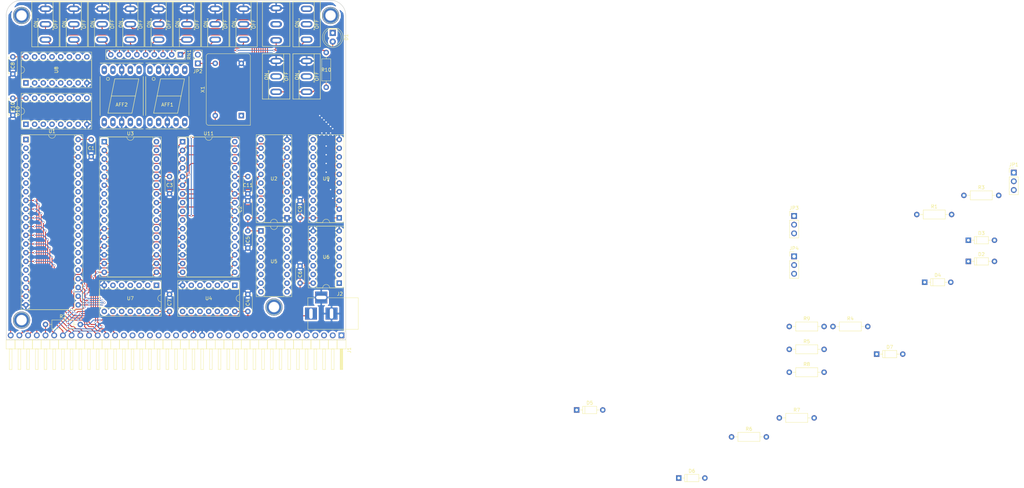
<source format=kicad_pcb>
(kicad_pcb (version 4) (host pcbnew 4.0.6)
  (layers (0 F.Cu signal) (31 B.Cu signal) (34 B.Paste user) (35 F.Paste user) (36 B.SilkS user) (37 F.SilkS user) (38 B.Mask user) (39 F.Mask user) (44 Edge.Cuts user))
  (net 0 "")
  (net 1 "Net-(AFF1-Pad1)")
  (net 2 "Net-(AFF1-Pad2)")
  (net 3 GND)
  (net 4 "Net-(AFF1-Pad4)")
  (net 5 "Net-(AFF1-Pad6)")
  (net 6 "Net-(AFF1-Pad7)")
  (net 7 "Net-(AFF1-Pad9)")
  (net 8 "Net-(AFF1-Pad10)")
  (net 9 "Net-(AFF2-Pad1)")
  (net 10 "Net-(AFF2-Pad2)")
  (net 11 "Net-(AFF2-Pad4)")
  (net 12 "Net-(AFF2-Pad6)")
  (net 13 "Net-(AFF2-Pad7)")
  (net 14 "Net-(AFF2-Pad9)")
  (net 15 "Net-(AFF2-Pad10)")
  (net 16 VCC)
  (net 17 "Net-(D1-Pad1)")
  (net 18 /~IN)
  (net 19 EF4)
  (net 20 "Net-(D3-Pad1)")
  (net 21 SC1)
  (net 22 "Net-(D5-Pad1)")
  (net 23 DMA_IN)
  (net 24 LOAD_N2)
  (net 25 "Net-(D6-Pad2)")
  (net 26 N2)
  (net 27 EF1)
  (net 28 EF2)
  (net 29 EF3)
  (net 30 SC0)
  (net 31 TPB)
  (net 32 TPA)
  (net 33 /MA7)
  (net 34 /MA6)
  (net 35 /MA5)
  (net 36 /MA4)
  (net 37 /MA3)
  (net 38 /MA2)
  (net 39 /MA1)
  (net 40 /MA0)
  (net 41 CLOCK)
  (net 42 INTERRUPT)
  (net 43 Q)
  (net 44 MWR)
  (net 45 MRD)
  (net 46 /BUS0)
  (net 47 /BUS1)
  (net 48 /BUS2)
  (net 49 /BUS3)
  (net 50 /BUS4)
  (net 51 /BUS5)
  (net 52 /BUS6)
  (net 53 /BUS7)
  (net 54 N0)
  (net 55 N1)
  (net 56 DMA_OUT)
  (net 57 ~WE)
  (net 58 "Net-(JP1-Pad2)")
  (net 59 "Net-(JP2-Pad1)")
  (net 60 CS_ROM)
  (net 61 "Net-(JP3-Pad2)")
  (net 62 CS_RAM)
  (net 63 /MA15)
  (net 64 "Net-(SW2-Pad2)")
  (net 65 "Net-(SW5-Pad2)")
  (net 66 "Net-(SW6-Pad2)")
  (net 67 "Net-(SW7-Pad2)")
  (net 68 "Net-(SW8-Pad2)")
  (net 69 "Net-(SW9-Pad2)")
  (net 70 "Net-(SW10-Pad2)")
  (net 71 "Net-(SW11-Pad2)")
  (net 72 "Net-(SW12-Pad2)")
  (net 73 /MA8)
  (net 74 /MA12)
  (net 75 /MA9)
  (net 76 /MA13)
  (net 77 /MA10)
  (net 78 /MA14)
  (net 79 /MA11)
  (net 80 STROBE)
  (net 81 "Net-(U5-Pad5)")
  (net 82 "Net-(U7-Pad11)")
  (net 83 READ)
  (net 84 WAIT)
  (net 85 CLEAR)
  (net 86 "Net-(RN1-Pad2)")
  (net 87 "Net-(RN1-Pad3)")
  (net 88 "Net-(RN1-Pad4)")
  (net 89 "Net-(RN1-Pad5)")
  (net 90 "Net-(RN1-Pad6)")
  (net 91 "Net-(RN1-Pad7)")
  (net 92 "Net-(RN1-Pad8)")
  (net 93 "Net-(RN1-Pad9)")
  (net 94 "Net-(D1-Pad2)")
  (module Displays_7-Segment:7SegmentLED_LTS6760_LTS6780 (layer F.Cu) (at 147.32 76.2 180)
    (fp_text reference AFF1 (at 0 -2.54 360) (layer F.SilkS))
    (fp_text value MSB)
    (pad 1 thru_hole oval (at -5.08 7.62 180) (size 1.524 2.524) (drill 0.8) (layers *.Cu *.Mask) (net 1 "Net-(AFF1-Pad1)"))
    (pad 2 thru_hole oval (at -2.54 7.62 180) (size 1.524 2.524) (drill 0.8) (layers *.Cu *.Mask) (net 2 "Net-(AFF1-Pad2)"))
    (pad 3 thru_hole oval (at 0 7.62 180) (size 1.524 2.524) (drill 0.8) (layers *.Cu *.Mask) (net 3 GND))
    (pad 4 thru_hole oval (at 2.54 7.62 180) (size 1.524 2.524) (drill 0.8) (layers *.Cu *.Mask) (net 4 "Net-(AFF1-Pad4)"))
    (pad 5 thru_hole oval (at 5.08 7.62 180) (size 1.524 2.524) (drill 0.8) (layers *.Cu *.Mask))
    (pad 6 thru_hole oval (at 5.08 -7.62 180) (size 1.524 2.524) (drill 0.8) (layers *.Cu *.Mask) (net 5 "Net-(AFF1-Pad6)"))
    (pad 7 thru_hole oval (at 2.54 -7.62 180) (size 1.524 2.524) (drill 0.8) (layers *.Cu *.Mask) (net 6 "Net-(AFF1-Pad7)"))
    (pad 8 thru_hole oval (at 0 -7.62 180) (size 1.524 2.524) (drill 0.8) (layers *.Cu *.Mask) (net 3 GND))
    (pad 9 thru_hole oval (at -2.54 -7.62 180) (size 1.524 2.524) (drill 0.8) (layers *.Cu *.Mask) (net 7 "Net-(AFF1-Pad9)"))
    (pad 10 thru_hole oval (at -5.08 -7.62 180) (size 1.524 2.524) (drill 0.8) (layers *.Cu *.Mask) (net 8 "Net-(AFF1-Pad10)"))
  )
  (module Displays_7-Segment:7SegmentLED_LTS6760_LTS6780 (layer F.Cu) (at 133.985 76.2 180)
    (fp_text reference AFF2 (at 0 -2.54 180) (layer F.SilkS))
    (fp_text value LSB)
    (pad 1 thru_hole oval (at -5.08 7.62 180) (size 1.524 2.524) (drill 0.8) (layers *.Cu *.Mask) (net 9 "Net-(AFF2-Pad1)"))
    (pad 2 thru_hole oval (at -2.54 7.62 180) (size 1.524 2.524) (drill 0.8) (layers *.Cu *.Mask) (net 10 "Net-(AFF2-Pad2)"))
    (pad 3 thru_hole oval (at 0 7.62 180) (size 1.524 2.524) (drill 0.8) (layers *.Cu *.Mask) (net 3 GND))
    (pad 4 thru_hole oval (at 2.54 7.62 180) (size 1.524 2.524) (drill 0.8) (layers *.Cu *.Mask) (net 11 "Net-(AFF2-Pad4)"))
    (pad 5 thru_hole oval (at 5.08 7.62 180) (size 1.524 2.524) (drill 0.8) (layers *.Cu *.Mask))
    (pad 6 thru_hole oval (at 5.08 -7.62 180) (size 1.524 2.524) (drill 0.8) (layers *.Cu *.Mask) (net 12 "Net-(AFF2-Pad6)"))
    (pad 7 thru_hole oval (at 2.54 -7.62 180) (size 1.524 2.524) (drill 0.8) (layers *.Cu *.Mask) (net 13 "Net-(AFF2-Pad7)"))
    (pad 8 thru_hole oval (at 0 -7.62 180) (size 1.524 2.524) (drill 0.8) (layers *.Cu *.Mask) (net 3 GND))
    (pad 9 thru_hole oval (at -2.54 -7.62 180) (size 1.524 2.524) (drill 0.8) (layers *.Cu *.Mask) (net 14 "Net-(AFF2-Pad9)"))
    (pad 10 thru_hole oval (at -5.08 -7.62 180) (size 1.524 2.524) (drill 0.8) (layers *.Cu *.Mask) (net 15 "Net-(AFF2-Pad10)"))
  )
  (module Capacitors_THT:C_Disc_D4.7mm_W2.5mm_P5.00mm (layer F.Cu) (at 125.095 88.9 270)
    (fp_text reference C1 (at 2.54 0 360) (layer F.SilkS))
    (fp_text value 100nF)
    (pad 1 thru_hole circle (at 0 0 270) (size 1.6 1.6) (drill 0.8) (layers *.Cu *.Mask) (net 16 VCC))
    (pad 2 thru_hole circle (at 5 0 270) (size 1.6 1.6) (drill 0.8) (layers *.Cu *.Mask) (net 3 GND))
  )
  (module Capacitors_THT:C_Disc_D4.7mm_W2.5mm_P5.00mm (layer F.Cu) (at 170.815 111.76 90)
    (fp_text reference C2 (at 2.5 -2.31 90) (layer F.SilkS))
    (fp_text value 100nF)
    (pad 1 thru_hole circle (at 0 0 90) (size 1.6 1.6) (drill 0.8) (layers *.Cu *.Mask) (net 16 VCC))
    (pad 2 thru_hole circle (at 5 0 90) (size 1.6 1.6) (drill 0.8) (layers *.Cu *.Mask) (net 3 GND))
  )
  (module Capacitors_THT:C_Disc_D4.7mm_W2.5mm_P5.00mm (layer F.Cu) (at 147.955 99.695 270)
    (fp_text reference C3 (at 2.54 0 360) (layer F.SilkS))
    (fp_text value 100nF)
    (pad 1 thru_hole circle (at 0 0 270) (size 1.6 1.6) (drill 0.8) (layers *.Cu *.Mask) (net 16 VCC))
    (pad 2 thru_hole circle (at 5 0 270) (size 1.6 1.6) (drill 0.8) (layers *.Cu *.Mask) (net 3 GND))
  )
  (module Capacitors_THT:C_Disc_D4.7mm_W2.5mm_P5.00mm (layer F.Cu) (at 170.815 139.065 90)
    (fp_text reference C4 (at 2.54 0 90) (layer F.SilkS))
    (fp_text value 100nF)
    (pad 1 thru_hole circle (at 0 0 90) (size 1.6 1.6) (drill 0.8) (layers *.Cu *.Mask) (net 16 VCC))
    (pad 2 thru_hole circle (at 5 0 90) (size 1.6 1.6) (drill 0.8) (layers *.Cu *.Mask) (net 3 GND))
  )
  (module Capacitors_THT:C_Disc_D4.7mm_W2.5mm_P5.00mm (layer F.Cu) (at 170.815 115.57 270)
    (fp_text reference C5 (at 2.54 0 270) (layer F.SilkS))
    (fp_text value 100nF)
    (pad 1 thru_hole circle (at 0 0 270) (size 1.6 1.6) (drill 0.8) (layers *.Cu *.Mask) (net 16 VCC))
    (pad 2 thru_hole circle (at 5 0 270) (size 1.6 1.6) (drill 0.8) (layers *.Cu *.Mask) (net 3 GND))
  )
  (module Capacitors_THT:C_Disc_D4.7mm_W2.5mm_P5.00mm (layer F.Cu) (at 186.055 130.81 90)
    (fp_text reference C6 (at 2.54 0 90) (layer F.SilkS))
    (fp_text value 100nF)
    (pad 1 thru_hole circle (at 0 0 90) (size 1.6 1.6) (drill 0.8) (layers *.Cu *.Mask) (net 16 VCC))
    (pad 2 thru_hole circle (at 5 0 90) (size 1.6 1.6) (drill 0.8) (layers *.Cu *.Mask) (net 3 GND))
  )
  (module Capacitors_THT:C_Disc_D4.7mm_W2.5mm_P5.00mm (layer F.Cu) (at 147.955 139.065 90)
    (fp_text reference C7 (at 2.54 0 90) (layer F.SilkS))
    (fp_text value 100nF)
    (pad 1 thru_hole circle (at 0 0 90) (size 1.6 1.6) (drill 0.8) (layers *.Cu *.Mask) (net 16 VCC))
    (pad 2 thru_hole circle (at 5 0 90) (size 1.6 1.6) (drill 0.8) (layers *.Cu *.Mask) (net 3 GND))
  )
  (module Capacitors_THT:C_Disc_D4.7mm_W2.5mm_P5.00mm (layer F.Cu) (at 102.235 64.77 270)
    (fp_text reference C8 (at 2.54 0 270) (layer F.SilkS))
    (fp_text value 100nF)
    (pad 1 thru_hole circle (at 0 0 270) (size 1.6 1.6) (drill 0.8) (layers *.Cu *.Mask) (net 16 VCC))
    (pad 2 thru_hole circle (at 5 0 270) (size 1.6 1.6) (drill 0.8) (layers *.Cu *.Mask) (net 3 GND))
  )
  (module Capacitors_THT:C_Disc_D4.7mm_W2.5mm_P5.00mm (layer F.Cu) (at 186.055 111.76 90)
    (fp_text reference C9 (at 2.54 0 90) (layer F.SilkS))
    (fp_text value 100nF)
    (pad 1 thru_hole circle (at 0 0 90) (size 1.6 1.6) (drill 0.8) (layers *.Cu *.Mask) (net 16 VCC))
    (pad 2 thru_hole circle (at 5 0 90) (size 1.6 1.6) (drill 0.8) (layers *.Cu *.Mask) (net 3 GND))
  )
  (module Capacitors_THT:C_Disc_D4.7mm_W2.5mm_P5.00mm (layer F.Cu) (at 102.235 76.835 270)
    (fp_text reference C10 (at 2.54 0 270) (layer F.SilkS))
    (fp_text value 100nF)
    (pad 1 thru_hole circle (at 0 0 270) (size 1.6 1.6) (drill 0.8) (layers *.Cu *.Mask) (net 16 VCC))
    (pad 2 thru_hole circle (at 5 0 270) (size 1.6 1.6) (drill 0.8) (layers *.Cu *.Mask) (net 3 GND))
  )
  (module LEDs:LED_D5.0mm (layer F.Cu) (at 195.58 57.785 270)
    (fp_text reference D1 (at 1.27 -3.96 270) (layer F.SilkS))
    (fp_text value "Q LED")
    (pad 1 thru_hole rect (at 0 0 270) (size 1.8 1.8) (drill 0.9) (layers *.Cu *.Mask) (net 17 "Net-(D1-Pad1)"))
    (pad 2 thru_hole circle (at 2.54 0 270) (size 1.8 1.8) (drill 0.9) (layers *.Cu *.Mask) (net 94 "Net-(D1-Pad2)"))
  )
  (module Diodes_THT:D_DO-35_SOD27_P7.62mm_Horizontal (layer F.Cu) (at 381.075001 124.465)
    (fp_text reference D2 (at 3.81 -2.06) (layer F.SilkS))
    (fp_text value 1N4848)
    (pad 1 thru_hole rect (at 0 0) (size 1.6 1.6) (drill 0.8) (layers *.Cu *.Mask) (net 18 /~IN))
    (pad 2 thru_hole oval (at 7.62 0) (size 1.6 1.6) (drill 0.8) (layers *.Cu *.Mask) (net 19 EF4))
  )
  (module Diodes_THT:D_DO-35_SOD27_P7.62mm_Horizontal (layer F.Cu) (at 381.075001 118.295)
    (fp_text reference D3 (at 3.81 -2.06) (layer F.SilkS))
    (fp_text value 1N4848)
    (pad 1 thru_hole rect (at 0 0) (size 1.6 1.6) (drill 0.8) (layers *.Cu *.Mask) (net 20 "Net-(D3-Pad1)"))
    (pad 2 thru_hole oval (at 7.62 0) (size 1.6 1.6) (drill 0.8) (layers *.Cu *.Mask) (net 84 WAIT))
  )
  (module Diodes_THT:D_DO-35_SOD27_P7.62mm_Horizontal (layer F.Cu) (at 368.325001 130.545)
    (fp_text reference D4 (at 3.81 -2.06) (layer F.SilkS))
    (fp_text value 1N4848)
    (pad 1 thru_hole rect (at 0 0) (size 1.6 1.6) (drill 0.8) (layers *.Cu *.Mask) (net 20 "Net-(D3-Pad1)"))
    (pad 2 thru_hole oval (at 7.62 0) (size 1.6 1.6) (drill 0.8) (layers *.Cu *.Mask) (net 21 SC1))
  )
  (module Diodes_THT:D_DO-35_SOD27_P7.62mm_Horizontal (layer F.Cu) (at 266.765001 167.825)
    (fp_text reference D5 (at 3.81 -2.06) (layer F.SilkS))
    (fp_text value 1N4848)
    (pad 1 thru_hole rect (at 0 0) (size 1.6 1.6) (drill 0.8) (layers *.Cu *.Mask) (net 22 "Net-(D5-Pad1)"))
    (pad 2 thru_hole oval (at 7.62 0) (size 1.6 1.6) (drill 0.8) (layers *.Cu *.Mask) (net 23 DMA_IN))
  )
  (module Diodes_THT:D_DO-35_SOD27_P7.62mm_Horizontal (layer F.Cu) (at 296.565001 187.685)
    (fp_text reference D6 (at 3.81 -2.06) (layer F.SilkS))
    (fp_text value 1N4848)
    (pad 1 thru_hole rect (at 0 0) (size 1.6 1.6) (drill 0.8) (layers *.Cu *.Mask) (net 24 LOAD_N2))
    (pad 2 thru_hole oval (at 7.62 0) (size 1.6 1.6) (drill 0.8) (layers *.Cu *.Mask) (net 25 "Net-(D6-Pad2)"))
  )
  (module Diodes_THT:D_DO-35_SOD27_P7.62mm_Horizontal (layer F.Cu) (at 354.315001 151.525)
    (fp_text reference D7 (at 3.81 -2.06) (layer F.SilkS))
    (fp_text value 1N4848)
    (pad 1 thru_hole rect (at 0 0) (size 1.6 1.6) (drill 0.8) (layers *.Cu *.Mask) (net 24 LOAD_N2))
    (pad 2 thru_hole oval (at 7.62 0) (size 1.6 1.6) (drill 0.8) (layers *.Cu *.Mask) (net 26 N2))
  )
  (module Pin_Headers:Pin_Header_Angled_1x39_Pitch2.54mm (layer F.Cu) (at 198.12 146.05 270)
    (fp_text reference J1 (at 4.315 -2.27 270) (layer F.SilkS))
    (fp_text value CONN_01X39)
    (pad 1 thru_hole rect (at 0 0 270) (size 1.7 1.7) (drill 1) (layers *.Cu *.Mask) (net 27 EF1))
    (pad 2 thru_hole oval (at 0 2.54 270) (size 1.7 1.7) (drill 1) (layers *.Cu *.Mask) (net 28 EF2))
    (pad 3 thru_hole oval (at 0 5.08 270) (size 1.7 1.7) (drill 1) (layers *.Cu *.Mask) (net 29 EF3))
    (pad 4 thru_hole oval (at 0 7.62 270) (size 1.7 1.7) (drill 1) (layers *.Cu *.Mask) (net 19 EF4))
    (pad 5 thru_hole oval (at 0 10.16 270) (size 1.7 1.7) (drill 1) (layers *.Cu *.Mask) (net 21 SC1))
    (pad 6 thru_hole oval (at 0 12.7 270) (size 1.7 1.7) (drill 1) (layers *.Cu *.Mask) (net 30 SC0))
    (pad 7 thru_hole oval (at 0 15.24 270) (size 1.7 1.7) (drill 1) (layers *.Cu *.Mask) (net 31 TPB))
    (pad 8 thru_hole oval (at 0 17.78 270) (size 1.7 1.7) (drill 1) (layers *.Cu *.Mask) (net 32 TPA))
    (pad 9 thru_hole oval (at 0 20.32 270) (size 1.7 1.7) (drill 1) (layers *.Cu *.Mask) (net 33 /MA7))
    (pad 10 thru_hole oval (at 0 22.86 270) (size 1.7 1.7) (drill 1) (layers *.Cu *.Mask) (net 34 /MA6))
    (pad 11 thru_hole oval (at 0 25.4 270) (size 1.7 1.7) (drill 1) (layers *.Cu *.Mask) (net 35 /MA5))
    (pad 12 thru_hole oval (at 0 27.94 270) (size 1.7 1.7) (drill 1) (layers *.Cu *.Mask) (net 36 /MA4))
    (pad 13 thru_hole oval (at 0 30.48 270) (size 1.7 1.7) (drill 1) (layers *.Cu *.Mask) (net 37 /MA3))
    (pad 14 thru_hole oval (at 0 33.02 270) (size 1.7 1.7) (drill 1) (layers *.Cu *.Mask) (net 38 /MA2))
    (pad 15 thru_hole oval (at 0 35.56 270) (size 1.7 1.7) (drill 1) (layers *.Cu *.Mask) (net 39 /MA1))
    (pad 16 thru_hole oval (at 0 38.1 270) (size 1.7 1.7) (drill 1) (layers *.Cu *.Mask) (net 40 /MA0))
    (pad 17 thru_hole oval (at 0 40.64 270) (size 1.7 1.7) (drill 1) (layers *.Cu *.Mask) (net 3 GND))
    (pad 18 thru_hole oval (at 0 43.18 270) (size 1.7 1.7) (drill 1) (layers *.Cu *.Mask) (net 16 VCC))
    (pad 19 thru_hole oval (at 0 45.72 270) (size 1.7 1.7) (drill 1) (layers *.Cu *.Mask))
    (pad 20 thru_hole oval (at 0 48.26 270) (size 1.7 1.7) (drill 1) (layers *.Cu *.Mask))
    (pad 21 thru_hole oval (at 0 50.8 270) (size 1.7 1.7) (drill 1) (layers *.Cu *.Mask) (net 41 CLOCK))
    (pad 22 thru_hole oval (at 0 53.34 270) (size 1.7 1.7) (drill 1) (layers *.Cu *.Mask) (net 42 INTERRUPT))
    (pad 23 thru_hole oval (at 0 55.88 270) (size 1.7 1.7) (drill 1) (layers *.Cu *.Mask) (net 43 Q))
    (pad 24 thru_hole oval (at 0 58.42 270) (size 1.7 1.7) (drill 1) (layers *.Cu *.Mask) (net 44 MWR))
    (pad 25 thru_hole oval (at 0 60.96 270) (size 1.7 1.7) (drill 1) (layers *.Cu *.Mask) (net 45 MRD))
    (pad 26 thru_hole oval (at 0 63.5 270) (size 1.7 1.7) (drill 1) (layers *.Cu *.Mask))
    (pad 27 thru_hole oval (at 0 66.04 270) (size 1.7 1.7) (drill 1) (layers *.Cu *.Mask) (net 46 /BUS0))
    (pad 28 thru_hole oval (at 0 68.58 270) (size 1.7 1.7) (drill 1) (layers *.Cu *.Mask) (net 47 /BUS1))
    (pad 29 thru_hole oval (at 0 71.12 270) (size 1.7 1.7) (drill 1) (layers *.Cu *.Mask) (net 48 /BUS2))
    (pad 30 thru_hole oval (at 0 73.66 270) (size 1.7 1.7) (drill 1) (layers *.Cu *.Mask) (net 49 /BUS3))
    (pad 31 thru_hole oval (at 0 76.2 270) (size 1.7 1.7) (drill 1) (layers *.Cu *.Mask) (net 50 /BUS4))
    (pad 32 thru_hole oval (at 0 78.74 270) (size 1.7 1.7) (drill 1) (layers *.Cu *.Mask) (net 51 /BUS5))
    (pad 33 thru_hole oval (at 0 81.28 270) (size 1.7 1.7) (drill 1) (layers *.Cu *.Mask) (net 52 /BUS6))
    (pad 34 thru_hole oval (at 0 83.82 270) (size 1.7 1.7) (drill 1) (layers *.Cu *.Mask) (net 53 /BUS7))
    (pad 35 thru_hole oval (at 0 86.36 270) (size 1.7 1.7) (drill 1) (layers *.Cu *.Mask) (net 56 DMA_OUT))
    (pad 36 thru_hole oval (at 0 88.9 270) (size 1.7 1.7) (drill 1) (layers *.Cu *.Mask) (net 23 DMA_IN))
    (pad 37 thru_hole oval (at 0 91.44 270) (size 1.7 1.7) (drill 1) (layers *.Cu *.Mask) (net 26 N2))
    (pad 38 thru_hole oval (at 0 93.98 270) (size 1.7 1.7) (drill 1) (layers *.Cu *.Mask) (net 55 N1))
    (pad 39 thru_hole oval (at 0 96.52 270) (size 1.7 1.7) (drill 1) (layers *.Cu *.Mask) (net 54 N0))
  )
  (module Connectors:BARREL_JACK (layer F.Cu) (at 189.23 139.7 180)
    (fp_text reference J2 (at -8.45 5.75 360) (layer F.SilkS))
    (fp_text value BARREL_JACK)
    (pad 1 thru_hole rect (at 0 0 180) (size 3.5 3.5) (drill oval 1 3) (layers *.Cu *.Mask) (net 16 VCC))
    (pad 2 thru_hole rect (at -6 0 180) (size 3.5 3.5) (drill oval 1 3) (layers *.Cu *.Mask) (net 3 GND))
    (pad 3 thru_hole rect (at -3 4.7 180) (size 3.5 3.5) (drill oval 3 1) (layers *.Cu *.Mask) (net 3 GND))
  )
  (module mounting:1pin (layer F.Cu) (at 104.775 141.605)
    (fp_text reference J3 hide)
    (fp_text value Mount hide)
    (pad 1 thru_hole circle (at 0 0) (size 5 5) (drill 3.048) (layers *.Cu *.Mask))
  )
  (module mounting:1pin (layer F.Cu) (at 178.435 137.795)
    (fp_text reference J4 hide)
    (fp_text value Mount hide)
    (pad 1 thru_hole circle (at 0 0) (size 5 5) (drill 3.048) (layers *.Cu *.Mask))
  )
  (module mounting:1pin (layer F.Cu) (at 104.775 52.705)
    (fp_text reference J5 hide)
    (fp_text value Mount hide)
    (pad 1 thru_hole circle (at 0 0) (size 5 5) (drill 3.048) (layers *.Cu *.Mask))
  )
  (module mounting:1pin (layer F.Cu) (at 194.945 52.705)
    (fp_text reference J6 hide)
    (fp_text value Mount hide)
    (pad 1 thru_hole circle (at 0 0) (size 5 5) (drill 3.048) (layers *.Cu *.Mask))
  )
  (module Pin_Headers:Pin_Header_Straight_1x03_Pitch2.54mm (layer F.Cu) (at 394.330952 98.555)
    (fp_text reference JP1 (at 0 -2.33) (layer F.SilkS))
    (fp_text value "U12 WE")
    (pad 1 thru_hole rect (at 0 0) (size 1.7 1.7) (drill 1) (layers *.Cu *.Mask) (net 57 ~WE))
    (pad 2 thru_hole oval (at 0 2.54) (size 1.7 1.7) (drill 1) (layers *.Cu *.Mask) (net 58 "Net-(JP1-Pad2)"))
    (pad 3 thru_hole oval (at 0 5.08) (size 1.7 1.7) (drill 1) (layers *.Cu *.Mask) (net 16 VCC))
  )
  (module Pin_Headers:Pin_Header_Straight_1x02_Pitch2.54mm (layer F.Cu) (at 156.21 66.675 180)
    (fp_text reference JP2 (at 0 -2.33 180) (layer F.SilkS))
    (fp_text value Enable)
    (pad 1 thru_hole rect (at 0 0 180) (size 1.7 1.7) (drill 1) (layers *.Cu *.Mask) (net 59 "Net-(JP2-Pad1)"))
    (pad 2 thru_hole oval (at 0 2.54 180) (size 1.7 1.7) (drill 1) (layers *.Cu *.Mask) (net 41 CLOCK))
  )
  (module Pin_Headers:Pin_Header_Straight_1x03_Pitch2.54mm (layer F.Cu) (at 330.225001 111.205)
    (fp_text reference JP3 (at 0 -2.33) (layer F.SilkS))
    (fp_text value HI)
    (pad 1 thru_hole rect (at 0 0) (size 1.7 1.7) (drill 1) (layers *.Cu *.Mask) (net 60 CS_ROM))
    (pad 2 thru_hole oval (at 0 2.54) (size 1.7 1.7) (drill 1) (layers *.Cu *.Mask) (net 61 "Net-(JP3-Pad2)"))
    (pad 3 thru_hole oval (at 0 5.08) (size 1.7 1.7) (drill 1) (layers *.Cu *.Mask) (net 62 CS_RAM))
  )
  (module Pin_Headers:Pin_Header_Straight_1x03_Pitch2.54mm (layer F.Cu) (at 330.225001 122.995)
    (fp_text reference JP4 (at 0 -2.33) (layer F.SilkS))
    (fp_text value LO)
    (pad 1 thru_hole rect (at 0 0) (size 1.7 1.7) (drill 1) (layers *.Cu *.Mask) (net 62 CS_RAM))
    (pad 2 thru_hole oval (at 0 2.54) (size 1.7 1.7) (drill 1) (layers *.Cu *.Mask) (net 63 /MA15))
    (pad 3 thru_hole oval (at 0 5.08) (size 1.7 1.7) (drill 1) (layers *.Cu *.Mask) (net 60 CS_ROM))
  )
  (module Resistors_THT:R_Axial_DIN0207_L6.3mm_D2.5mm_P10.16mm_Horizontal (layer F.Cu) (at 366.025001 110.785)
    (fp_text reference R1 (at 5.08 -2.31) (layer F.SilkS))
    (fp_text value 47k)
    (pad 1 thru_hole circle (at 0 0) (size 1.6 1.6) (drill 0.8) (layers *.Cu *.Mask) (net 42 INTERRUPT))
    (pad 2 thru_hole oval (at 10.16 0) (size 1.6 1.6) (drill 0.8) (layers *.Cu *.Mask) (net 16 VCC))
  )
  (module Resistors_THT:R_Axial_DIN0207_L6.3mm_D2.5mm_P10.16mm_Horizontal (layer F.Cu) (at 111.76 142.875)
    (fp_text reference R2 (at 5.08 -2.31) (layer F.SilkS))
    (fp_text value 47k)
    (pad 1 thru_hole circle (at 0 0) (size 1.6 1.6) (drill 0.8) (layers *.Cu *.Mask) (net 56 DMA_OUT))
    (pad 2 thru_hole oval (at 10.16 0) (size 1.6 1.6) (drill 0.8) (layers *.Cu *.Mask) (net 16 VCC))
  )
  (module Resistors_THT:R_Axial_DIN0207_L6.3mm_D2.5mm_P10.16mm_Horizontal (layer F.Cu) (at 379.775001 105.205)
    (fp_text reference R3 (at 5.08 -2.31) (layer F.SilkS))
    (fp_text value 47k)
    (pad 1 thru_hole circle (at 0 0) (size 1.6 1.6) (drill 0.8) (layers *.Cu *.Mask) (net 23 DMA_IN))
    (pad 2 thru_hole oval (at 10.16 0) (size 1.6 1.6) (drill 0.8) (layers *.Cu *.Mask) (net 16 VCC))
  )
  (module Resistors_THT:R_Axial_DIN0207_L6.3mm_D2.5mm_P10.16mm_Horizontal (layer F.Cu) (at 341.565001 143.465)
    (fp_text reference R4 (at 5.08 -2.31) (layer F.SilkS))
    (fp_text value 47k)
    (pad 1 thru_hole circle (at 0 0) (size 1.6 1.6) (drill 0.8) (layers *.Cu *.Mask) (net 27 EF1))
    (pad 2 thru_hole oval (at 10.16 0) (size 1.6 1.6) (drill 0.8) (layers *.Cu *.Mask) (net 16 VCC))
  )
  (module Resistors_THT:R_Axial_DIN0207_L6.3mm_D2.5mm_P10.16mm_Horizontal (layer F.Cu) (at 328.815001 150.135)
    (fp_text reference R5 (at 5.08 -2.31) (layer F.SilkS))
    (fp_text value 47k)
    (pad 1 thru_hole circle (at 0 0) (size 1.6 1.6) (drill 0.8) (layers *.Cu *.Mask) (net 28 EF2))
    (pad 2 thru_hole oval (at 10.16 0) (size 1.6 1.6) (drill 0.8) (layers *.Cu *.Mask) (net 16 VCC))
  )
  (module Resistors_THT:R_Axial_DIN0207_L6.3mm_D2.5mm_P10.16mm_Horizontal (layer F.Cu) (at 311.965001 175.685)
    (fp_text reference R6 (at 5.08 -2.31) (layer F.SilkS))
    (fp_text value 47k)
    (pad 1 thru_hole circle (at 0 0) (size 1.6 1.6) (drill 0.8) (layers *.Cu *.Mask) (net 29 EF3))
    (pad 2 thru_hole oval (at 10.16 0) (size 1.6 1.6) (drill 0.8) (layers *.Cu *.Mask) (net 16 VCC))
  )
  (module Resistors_THT:R_Axial_DIN0207_L6.3mm_D2.5mm_P10.16mm_Horizontal (layer F.Cu) (at 325.915001 170.145)
    (fp_text reference R7 (at 5.08 -2.31) (layer F.SilkS))
    (fp_text value 47k)
    (pad 1 thru_hole circle (at 0 0) (size 1.6 1.6) (drill 0.8) (layers *.Cu *.Mask) (net 19 EF4))
    (pad 2 thru_hole oval (at 10.16 0) (size 1.6 1.6) (drill 0.8) (layers *.Cu *.Mask) (net 16 VCC))
  )
  (module Resistors_THT:R_Axial_DIN0207_L6.3mm_D2.5mm_P10.16mm_Horizontal (layer F.Cu) (at 328.815001 156.805)
    (fp_text reference R8 (at 5.08 -2.31) (layer F.SilkS))
    (fp_text value 47k)
    (pad 1 thru_hole circle (at 0 0) (size 1.6 1.6) (drill 0.8) (layers *.Cu *.Mask) (net 3 GND))
    (pad 2 thru_hole oval (at 10.16 0) (size 1.6 1.6) (drill 0.8) (layers *.Cu *.Mask) (net 20 "Net-(D3-Pad1)"))
  )
  (module Resistors_THT:R_Axial_DIN0207_L6.3mm_D2.5mm_P10.16mm_Horizontal (layer F.Cu) (at 328.815001 143.465)
    (fp_text reference R9 (at 5.08 -2.31) (layer F.SilkS))
    (fp_text value 47k)
    (pad 1 thru_hole circle (at 0 0) (size 1.6 1.6) (drill 0.8) (layers *.Cu *.Mask) (net 3 GND))
    (pad 2 thru_hole oval (at 10.16 0) (size 1.6 1.6) (drill 0.8) (layers *.Cu *.Mask) (net 24 LOAD_N2))
  )
  (module switches:SPDT_SWITCH (layer F.Cu) (at 179.07 70.485 90)
    (fp_text reference SW1 hide)
    (fp_text value CLEAR)
    (fp_text user OFF (at 0 3 90) (layer F.SilkS))
    (fp_text user ON (at 0 -2.8 90) (layer F.SilkS))
    (pad 3 thru_hole oval (at -4.5 0 90) (size 1.8 3.4) (drill oval 0.9 2.4) (layers *.Cu *.Mask) (net 16 VCC))
    (pad 2 thru_hole oval (at 0 0 90) (size 1.8 3.4) (drill oval 0.9 2.4) (layers *.Cu *.Mask) (net 85 CLEAR))
    (pad 1 thru_hole oval (at 4.5 0 90) (size 1.8 3.4) (drill oval 0.9 2.4) (layers *.Cu *.Mask) (net 3 GND))
  )
  (module switches:SPDT_PUSH (layer F.Cu) (at 179.07 55.245 90)
    (fp_text reference SW2 hide)
    (fp_text value IN)
    (pad 3 thru_hole oval (at -4.7 0 90) (size 1.8 3.4) (drill oval 0.9 2.2) (layers *.Cu *.Mask) (net 16 VCC))
    (pad 2 thru_hole oval (at 0 0 90) (size 1.8 3.4) (drill oval 0.9 2.2) (layers *.Cu *.Mask) (net 64 "Net-(SW2-Pad2)"))
    (pad 1 thru_hole oval (at 4.7 0 90) (size 1.8 3.4) (drill oval 0.9 2.2) (layers *.Cu *.Mask) (net 3 GND))
  )
  (module switches:SPDT_SWITCH (layer F.Cu) (at 187.96 55.245 90)
    (fp_text reference SW3 hide)
    (fp_text value MP)
    (fp_text user OFF (at 0 3 90) (layer F.SilkS))
    (fp_text user ON (at 0 -2.8 90) (layer F.SilkS))
    (pad 3 thru_hole oval (at -4.5 0 90) (size 1.8 3.4) (drill oval 0.9 2.4) (layers *.Cu *.Mask) (net 16 VCC))
    (pad 2 thru_hole oval (at 0 0 90) (size 1.8 3.4) (drill oval 0.9 2.4) (layers *.Cu *.Mask) (net 57 ~WE))
    (pad 1 thru_hole oval (at 4.5 0 90) (size 1.8 3.4) (drill oval 0.9 2.4) (layers *.Cu *.Mask) (net 44 MWR))
  )
  (module switches:SPDT_SWITCH (layer F.Cu) (at 187.96 70.485 90)
    (fp_text reference SW4 hide)
    (fp_text value WAIT)
    (fp_text user OFF (at 0 3 90) (layer F.SilkS))
    (fp_text user ON (at 0 -2.8 90) (layer F.SilkS))
    (pad 3 thru_hole oval (at -4.5 0 90) (size 1.8 3.4) (drill oval 0.9 2.4) (layers *.Cu *.Mask) (net 16 VCC))
    (pad 2 thru_hole oval (at 0 0 90) (size 1.8 3.4) (drill oval 0.9 2.4) (layers *.Cu *.Mask) (net 25 "Net-(D6-Pad2)"))
    (pad 1 thru_hole oval (at 4.5 0 90) (size 1.8 3.4) (drill oval 0.9 2.4) (layers *.Cu *.Mask) (net 3 GND))
  )
  (module switches:SPDT_SWITCH (layer F.Cu) (at 111.76 55.245 90)
    (fp_text reference SW5 hide)
    (fp_text value IN0)
    (fp_text user OFF (at 0 3 90) (layer F.SilkS))
    (fp_text user ON (at 0 -2.8 90) (layer F.SilkS))
    (pad 3 thru_hole oval (at -4.5 0 90) (size 1.8 3.4) (drill oval 0.9 2.4) (layers *.Cu *.Mask) (net 93 "Net-(RN1-Pad9)"))
    (pad 2 thru_hole oval (at 0 0 90) (size 1.8 3.4) (drill oval 0.9 2.4) (layers *.Cu *.Mask) (net 65 "Net-(SW5-Pad2)"))
    (pad 1 thru_hole oval (at 4.5 0 90) (size 1.8 3.4) (drill oval 0.9 2.4) (layers *.Cu *.Mask) (net 3 GND))
  )
  (module switches:SPDT_SWITCH (layer F.Cu) (at 120.015 55.245 90)
    (fp_text reference SW6 hide)
    (fp_text value IN1)
    (fp_text user OFF (at 0 3 90) (layer F.SilkS))
    (fp_text user ON (at 0 -2.8 90) (layer F.SilkS))
    (pad 3 thru_hole oval (at -4.5 0 90) (size 1.8 3.4) (drill oval 0.9 2.4) (layers *.Cu *.Mask) (net 92 "Net-(RN1-Pad8)"))
    (pad 2 thru_hole oval (at 0 0 90) (size 1.8 3.4) (drill oval 0.9 2.4) (layers *.Cu *.Mask) (net 66 "Net-(SW6-Pad2)"))
    (pad 1 thru_hole oval (at 4.5 0 90) (size 1.8 3.4) (drill oval 0.9 2.4) (layers *.Cu *.Mask) (net 3 GND))
  )
  (module switches:SPDT_SWITCH (layer F.Cu) (at 128.27 55.245 90)
    (fp_text reference SW7 hide)
    (fp_text value IN2)
    (fp_text user OFF (at 0 3 90) (layer F.SilkS))
    (fp_text user ON (at 0 -2.8 90) (layer F.SilkS))
    (pad 3 thru_hole oval (at -4.5 0 90) (size 1.8 3.4) (drill oval 0.9 2.4) (layers *.Cu *.Mask) (net 91 "Net-(RN1-Pad7)"))
    (pad 2 thru_hole oval (at 0 0 90) (size 1.8 3.4) (drill oval 0.9 2.4) (layers *.Cu *.Mask) (net 67 "Net-(SW7-Pad2)"))
    (pad 1 thru_hole oval (at 4.5 0 90) (size 1.8 3.4) (drill oval 0.9 2.4) (layers *.Cu *.Mask) (net 3 GND))
  )
  (module switches:SPDT_SWITCH (layer F.Cu) (at 136.525 55.245 90)
    (fp_text reference SW8 hide)
    (fp_text value IN3)
    (fp_text user OFF (at 0 3 90) (layer F.SilkS))
    (fp_text user ON (at 0 -2.8 90) (layer F.SilkS))
    (pad 3 thru_hole oval (at -4.5 0 90) (size 1.8 3.4) (drill oval 0.9 2.4) (layers *.Cu *.Mask) (net 90 "Net-(RN1-Pad6)"))
    (pad 2 thru_hole oval (at 0 0 90) (size 1.8 3.4) (drill oval 0.9 2.4) (layers *.Cu *.Mask) (net 68 "Net-(SW8-Pad2)"))
    (pad 1 thru_hole oval (at 4.5 0 90) (size 1.8 3.4) (drill oval 0.9 2.4) (layers *.Cu *.Mask) (net 3 GND))
  )
  (module switches:SPDT_SWITCH (layer F.Cu) (at 144.78 55.245 90)
    (fp_text reference SW9 hide)
    (fp_text value IN4)
    (fp_text user OFF (at 0 3 90) (layer F.SilkS))
    (fp_text user ON (at 0 -2.8 90) (layer F.SilkS))
    (pad 3 thru_hole oval (at -4.5 0 90) (size 1.8 3.4) (drill oval 0.9 2.4) (layers *.Cu *.Mask) (net 89 "Net-(RN1-Pad5)"))
    (pad 2 thru_hole oval (at 0 0 90) (size 1.8 3.4) (drill oval 0.9 2.4) (layers *.Cu *.Mask) (net 69 "Net-(SW9-Pad2)"))
    (pad 1 thru_hole oval (at 4.5 0 90) (size 1.8 3.4) (drill oval 0.9 2.4) (layers *.Cu *.Mask) (net 3 GND))
  )
  (module switches:SPDT_SWITCH (layer F.Cu) (at 153.035 55.245 90)
    (fp_text reference SW10 hide)
    (fp_text value IN5)
    (fp_text user OFF (at 0 3 90) (layer F.SilkS))
    (fp_text user ON (at 0 -2.8 90) (layer F.SilkS))
    (pad 3 thru_hole oval (at -4.5 0 90) (size 1.8 3.4) (drill oval 0.9 2.4) (layers *.Cu *.Mask) (net 88 "Net-(RN1-Pad4)"))
    (pad 2 thru_hole oval (at 0 0 90) (size 1.8 3.4) (drill oval 0.9 2.4) (layers *.Cu *.Mask) (net 70 "Net-(SW10-Pad2)"))
    (pad 1 thru_hole oval (at 4.5 0 90) (size 1.8 3.4) (drill oval 0.9 2.4) (layers *.Cu *.Mask) (net 3 GND))
  )
  (module switches:SPDT_SWITCH (layer F.Cu) (at 161.29 55.245 90)
    (fp_text reference SW11 hide)
    (fp_text value IN6)
    (fp_text user OFF (at 0 3 90) (layer F.SilkS))
    (fp_text user ON (at 0 -2.8 90) (layer F.SilkS))
    (pad 3 thru_hole oval (at -4.5 0 90) (size 1.8 3.4) (drill oval 0.9 2.4) (layers *.Cu *.Mask) (net 87 "Net-(RN1-Pad3)"))
    (pad 2 thru_hole oval (at 0 0 90) (size 1.8 3.4) (drill oval 0.9 2.4) (layers *.Cu *.Mask) (net 71 "Net-(SW11-Pad2)"))
    (pad 1 thru_hole oval (at 4.5 0 90) (size 1.8 3.4) (drill oval 0.9 2.4) (layers *.Cu *.Mask) (net 3 GND))
  )
  (module switches:SPDT_SWITCH (layer F.Cu) (at 169.545 55.245 90)
    (fp_text reference SW12 hide)
    (fp_text value IN7)
    (fp_text user OFF (at 0 3 90) (layer F.SilkS))
    (fp_text user ON (at 0 -2.8 90) (layer F.SilkS))
    (pad 3 thru_hole oval (at -4.5 0 90) (size 1.8 3.4) (drill oval 0.9 2.4) (layers *.Cu *.Mask) (net 86 "Net-(RN1-Pad2)"))
    (pad 2 thru_hole oval (at 0 0 90) (size 1.8 3.4) (drill oval 0.9 2.4) (layers *.Cu *.Mask) (net 72 "Net-(SW12-Pad2)"))
    (pad 1 thru_hole oval (at 4.5 0 90) (size 1.8 3.4) (drill oval 0.9 2.4) (layers *.Cu *.Mask) (net 3 GND))
  )
  (module Housings_DIP:DIP-40_W15.24mm_Socket (layer F.Cu) (at 106.045 88.9)
    (fp_text reference U1 (at 7.62 -2.39) (layer F.SilkS))
    (fp_text value CDP1802)
    (pad 1 thru_hole rect (at 0 0) (size 1.6 1.6) (drill 0.8) (layers *.Cu *.Mask) (net 41 CLOCK))
    (pad 21 thru_hole oval (at 15.24 48.26) (size 1.6 1.6) (drill 0.8) (layers *.Cu *.Mask) (net 19 EF4))
    (pad 2 thru_hole oval (at 0 2.54) (size 1.6 1.6) (drill 0.8) (layers *.Cu *.Mask) (net 84 WAIT))
    (pad 22 thru_hole oval (at 15.24 45.72) (size 1.6 1.6) (drill 0.8) (layers *.Cu *.Mask) (net 29 EF3))
    (pad 3 thru_hole oval (at 0 5.08) (size 1.6 1.6) (drill 0.8) (layers *.Cu *.Mask) (net 85 CLEAR))
    (pad 23 thru_hole oval (at 15.24 43.18) (size 1.6 1.6) (drill 0.8) (layers *.Cu *.Mask) (net 28 EF2))
    (pad 4 thru_hole oval (at 0 7.62) (size 1.6 1.6) (drill 0.8) (layers *.Cu *.Mask) (net 43 Q))
    (pad 24 thru_hole oval (at 15.24 40.64) (size 1.6 1.6) (drill 0.8) (layers *.Cu *.Mask) (net 27 EF1))
    (pad 5 thru_hole oval (at 0 10.16) (size 1.6 1.6) (drill 0.8) (layers *.Cu *.Mask) (net 21 SC1))
    (pad 25 thru_hole oval (at 15.24 38.1) (size 1.6 1.6) (drill 0.8) (layers *.Cu *.Mask) (net 40 /MA0))
    (pad 6 thru_hole oval (at 0 12.7) (size 1.6 1.6) (drill 0.8) (layers *.Cu *.Mask) (net 30 SC0))
    (pad 26 thru_hole oval (at 15.24 35.56) (size 1.6 1.6) (drill 0.8) (layers *.Cu *.Mask) (net 39 /MA1))
    (pad 7 thru_hole oval (at 0 15.24) (size 1.6 1.6) (drill 0.8) (layers *.Cu *.Mask) (net 45 MRD))
    (pad 27 thru_hole oval (at 15.24 33.02) (size 1.6 1.6) (drill 0.8) (layers *.Cu *.Mask) (net 38 /MA2))
    (pad 8 thru_hole oval (at 0 17.78) (size 1.6 1.6) (drill 0.8) (layers *.Cu *.Mask) (net 53 /BUS7))
    (pad 28 thru_hole oval (at 15.24 30.48) (size 1.6 1.6) (drill 0.8) (layers *.Cu *.Mask) (net 37 /MA3))
    (pad 9 thru_hole oval (at 0 20.32) (size 1.6 1.6) (drill 0.8) (layers *.Cu *.Mask) (net 52 /BUS6))
    (pad 29 thru_hole oval (at 15.24 27.94) (size 1.6 1.6) (drill 0.8) (layers *.Cu *.Mask) (net 36 /MA4))
    (pad 10 thru_hole oval (at 0 22.86) (size 1.6 1.6) (drill 0.8) (layers *.Cu *.Mask) (net 51 /BUS5))
    (pad 30 thru_hole oval (at 15.24 25.4) (size 1.6 1.6) (drill 0.8) (layers *.Cu *.Mask) (net 35 /MA5))
    (pad 11 thru_hole oval (at 0 25.4) (size 1.6 1.6) (drill 0.8) (layers *.Cu *.Mask) (net 50 /BUS4))
    (pad 31 thru_hole oval (at 15.24 22.86) (size 1.6 1.6) (drill 0.8) (layers *.Cu *.Mask) (net 34 /MA6))
    (pad 12 thru_hole oval (at 0 27.94) (size 1.6 1.6) (drill 0.8) (layers *.Cu *.Mask) (net 49 /BUS3))
    (pad 32 thru_hole oval (at 15.24 20.32) (size 1.6 1.6) (drill 0.8) (layers *.Cu *.Mask) (net 33 /MA7))
    (pad 13 thru_hole oval (at 0 30.48) (size 1.6 1.6) (drill 0.8) (layers *.Cu *.Mask) (net 48 /BUS2))
    (pad 33 thru_hole oval (at 15.24 17.78) (size 1.6 1.6) (drill 0.8) (layers *.Cu *.Mask) (net 31 TPB))
    (pad 14 thru_hole oval (at 0 33.02) (size 1.6 1.6) (drill 0.8) (layers *.Cu *.Mask) (net 47 /BUS1))
    (pad 34 thru_hole oval (at 15.24 15.24) (size 1.6 1.6) (drill 0.8) (layers *.Cu *.Mask) (net 32 TPA))
    (pad 15 thru_hole oval (at 0 35.56) (size 1.6 1.6) (drill 0.8) (layers *.Cu *.Mask) (net 46 /BUS0))
    (pad 35 thru_hole oval (at 15.24 12.7) (size 1.6 1.6) (drill 0.8) (layers *.Cu *.Mask) (net 44 MWR))
    (pad 16 thru_hole oval (at 0 38.1) (size 1.6 1.6) (drill 0.8) (layers *.Cu *.Mask) (net 16 VCC))
    (pad 36 thru_hole oval (at 15.24 10.16) (size 1.6 1.6) (drill 0.8) (layers *.Cu *.Mask) (net 42 INTERRUPT))
    (pad 17 thru_hole oval (at 0 40.64) (size 1.6 1.6) (drill 0.8) (layers *.Cu *.Mask) (net 26 N2))
    (pad 37 thru_hole oval (at 15.24 7.62) (size 1.6 1.6) (drill 0.8) (layers *.Cu *.Mask))
    (pad 18 thru_hole oval (at 0 43.18) (size 1.6 1.6) (drill 0.8) (layers *.Cu *.Mask) (net 55 N1))
    (pad 38 thru_hole oval (at 15.24 5.08) (size 1.6 1.6) (drill 0.8) (layers *.Cu *.Mask) (net 23 DMA_IN))
    (pad 19 thru_hole oval (at 0 45.72) (size 1.6 1.6) (drill 0.8) (layers *.Cu *.Mask) (net 54 N0))
    (pad 39 thru_hole oval (at 15.24 2.54) (size 1.6 1.6) (drill 0.8) (layers *.Cu *.Mask))
    (pad 20 thru_hole oval (at 0 48.26) (size 1.6 1.6) (drill 0.8) (layers *.Cu *.Mask) (net 3 GND))
    (pad 40 thru_hole oval (at 15.24 0) (size 1.6 1.6) (drill 0.8) (layers *.Cu *.Mask) (net 16 VCC))
  )
  (module Housings_DIP:DIP-20_W7.62mm_Socket (layer F.Cu) (at 182.245 111.76 180)
    (fp_text reference U2 (at 3.81 11.43 180) (layer F.SilkS))
    (fp_text value 74LS373)
    (pad 1 thru_hole rect (at 0 0 180) (size 1.6 1.6) (drill 0.8) (layers *.Cu *.Mask) (net 3 GND))
    (pad 11 thru_hole oval (at 7.62 22.86 180) (size 1.6 1.6) (drill 0.8) (layers *.Cu *.Mask) (net 32 TPA))
    (pad 2 thru_hole oval (at 0 2.54 180) (size 1.6 1.6) (drill 0.8) (layers *.Cu *.Mask) (net 73 /MA8))
    (pad 12 thru_hole oval (at 7.62 20.32 180) (size 1.6 1.6) (drill 0.8) (layers *.Cu *.Mask) (net 74 /MA12))
    (pad 3 thru_hole oval (at 0 5.08 180) (size 1.6 1.6) (drill 0.8) (layers *.Cu *.Mask) (net 40 /MA0))
    (pad 13 thru_hole oval (at 7.62 17.78 180) (size 1.6 1.6) (drill 0.8) (layers *.Cu *.Mask) (net 36 /MA4))
    (pad 4 thru_hole oval (at 0 7.62 180) (size 1.6 1.6) (drill 0.8) (layers *.Cu *.Mask) (net 39 /MA1))
    (pad 14 thru_hole oval (at 7.62 15.24 180) (size 1.6 1.6) (drill 0.8) (layers *.Cu *.Mask) (net 35 /MA5))
    (pad 5 thru_hole oval (at 0 10.16 180) (size 1.6 1.6) (drill 0.8) (layers *.Cu *.Mask) (net 75 /MA9))
    (pad 15 thru_hole oval (at 7.62 12.7 180) (size 1.6 1.6) (drill 0.8) (layers *.Cu *.Mask) (net 76 /MA13))
    (pad 6 thru_hole oval (at 0 12.7 180) (size 1.6 1.6) (drill 0.8) (layers *.Cu *.Mask) (net 77 /MA10))
    (pad 16 thru_hole oval (at 7.62 10.16 180) (size 1.6 1.6) (drill 0.8) (layers *.Cu *.Mask) (net 78 /MA14))
    (pad 7 thru_hole oval (at 0 15.24 180) (size 1.6 1.6) (drill 0.8) (layers *.Cu *.Mask) (net 38 /MA2))
    (pad 17 thru_hole oval (at 7.62 7.62 180) (size 1.6 1.6) (drill 0.8) (layers *.Cu *.Mask) (net 34 /MA6))
    (pad 8 thru_hole oval (at 0 17.78 180) (size 1.6 1.6) (drill 0.8) (layers *.Cu *.Mask) (net 37 /MA3))
    (pad 18 thru_hole oval (at 7.62 5.08 180) (size 1.6 1.6) (drill 0.8) (layers *.Cu *.Mask) (net 33 /MA7))
    (pad 9 thru_hole oval (at 0 20.32 180) (size 1.6 1.6) (drill 0.8) (layers *.Cu *.Mask) (net 79 /MA11))
    (pad 19 thru_hole oval (at 7.62 2.54 180) (size 1.6 1.6) (drill 0.8) (layers *.Cu *.Mask) (net 63 /MA15))
    (pad 10 thru_hole oval (at 0 22.86 180) (size 1.6 1.6) (drill 0.8) (layers *.Cu *.Mask) (net 3 GND))
    (pad 20 thru_hole oval (at 7.62 0 180) (size 1.6 1.6) (drill 0.8) (layers *.Cu *.Mask) (net 16 VCC))
  )
  (module Housings_DIP:DIP-32_W15.24mm_Socket (layer F.Cu) (at 128.905 89.535)
    (fp_text reference U3 (at 7.62 -2.39) (layer F.SilkS))
    (fp_text value HM62256BLP-7)
    (pad 1 thru_hole rect (at 0 0) (size 1.6 1.6) (drill 0.8) (layers *.Cu *.Mask) (net 78 /MA14))
    (pad 17 thru_hole oval (at 15.24 38.1) (size 1.6 1.6) (drill 0.8) (layers *.Cu *.Mask) (net 51 /BUS5))
    (pad 2 thru_hole oval (at 0 2.54) (size 1.6 1.6) (drill 0.8) (layers *.Cu *.Mask) (net 74 /MA12))
    (pad 18 thru_hole oval (at 15.24 35.56) (size 1.6 1.6) (drill 0.8) (layers *.Cu *.Mask) (net 52 /BUS6))
    (pad 3 thru_hole oval (at 0 5.08) (size 1.6 1.6) (drill 0.8) (layers *.Cu *.Mask) (net 33 /MA7))
    (pad 19 thru_hole oval (at 15.24 33.02) (size 1.6 1.6) (drill 0.8) (layers *.Cu *.Mask) (net 53 /BUS7))
    (pad 4 thru_hole oval (at 0 7.62) (size 1.6 1.6) (drill 0.8) (layers *.Cu *.Mask) (net 34 /MA6))
    (pad 20 thru_hole oval (at 15.24 30.48) (size 1.6 1.6) (drill 0.8) (layers *.Cu *.Mask) (net 62 CS_RAM))
    (pad 5 thru_hole oval (at 0 10.16) (size 1.6 1.6) (drill 0.8) (layers *.Cu *.Mask) (net 35 /MA5))
    (pad 21 thru_hole oval (at 15.24 27.94) (size 1.6 1.6) (drill 0.8) (layers *.Cu *.Mask) (net 77 /MA10))
    (pad 6 thru_hole oval (at 0 12.7) (size 1.6 1.6) (drill 0.8) (layers *.Cu *.Mask) (net 36 /MA4))
    (pad 22 thru_hole oval (at 15.24 25.4) (size 1.6 1.6) (drill 0.8) (layers *.Cu *.Mask) (net 45 MRD))
    (pad 7 thru_hole oval (at 0 15.24) (size 1.6 1.6) (drill 0.8) (layers *.Cu *.Mask) (net 37 /MA3))
    (pad 23 thru_hole oval (at 15.24 22.86) (size 1.6 1.6) (drill 0.8) (layers *.Cu *.Mask) (net 79 /MA11))
    (pad 8 thru_hole oval (at 0 17.78) (size 1.6 1.6) (drill 0.8) (layers *.Cu *.Mask) (net 38 /MA2))
    (pad 24 thru_hole oval (at 15.24 20.32) (size 1.6 1.6) (drill 0.8) (layers *.Cu *.Mask) (net 75 /MA9))
    (pad 9 thru_hole oval (at 0 20.32) (size 1.6 1.6) (drill 0.8) (layers *.Cu *.Mask) (net 39 /MA1))
    (pad 25 thru_hole oval (at 15.24 17.78) (size 1.6 1.6) (drill 0.8) (layers *.Cu *.Mask) (net 73 /MA8))
    (pad 10 thru_hole oval (at 0 22.86) (size 1.6 1.6) (drill 0.8) (layers *.Cu *.Mask) (net 40 /MA0))
    (pad 26 thru_hole oval (at 15.24 15.24) (size 1.6 1.6) (drill 0.8) (layers *.Cu *.Mask) (net 76 /MA13))
    (pad 11 thru_hole oval (at 0 25.4) (size 1.6 1.6) (drill 0.8) (layers *.Cu *.Mask) (net 46 /BUS0))
    (pad 27 thru_hole oval (at 15.24 12.7) (size 1.6 1.6) (drill 0.8) (layers *.Cu *.Mask) (net 57 ~WE))
    (pad 12 thru_hole oval (at 0 27.94) (size 1.6 1.6) (drill 0.8) (layers *.Cu *.Mask) (net 47 /BUS1))
    (pad 28 thru_hole oval (at 15.24 10.16) (size 1.6 1.6) (drill 0.8) (layers *.Cu *.Mask) (net 16 VCC))
    (pad 13 thru_hole oval (at 0 30.48) (size 1.6 1.6) (drill 0.8) (layers *.Cu *.Mask) (net 48 /BUS2))
    (pad 29 thru_hole oval (at 15.24 7.62) (size 1.6 1.6) (drill 0.8) (layers *.Cu *.Mask))
    (pad 14 thru_hole oval (at 0 33.02) (size 1.6 1.6) (drill 0.8) (layers *.Cu *.Mask) (net 3 GND))
    (pad 30 thru_hole oval (at 15.24 5.08) (size 1.6 1.6) (drill 0.8) (layers *.Cu *.Mask))
    (pad 15 thru_hole oval (at 0 35.56) (size 1.6 1.6) (drill 0.8) (layers *.Cu *.Mask) (net 49 /BUS3))
    (pad 31 thru_hole oval (at 15.24 2.54) (size 1.6 1.6) (drill 0.8) (layers *.Cu *.Mask))
    (pad 16 thru_hole oval (at 0 38.1) (size 1.6 1.6) (drill 0.8) (layers *.Cu *.Mask) (net 50 /BUS4))
    (pad 32 thru_hole oval (at 15.24 0) (size 1.6 1.6) (drill 0.8) (layers *.Cu *.Mask))
  )
  (module Housings_DIP:DIP-14_W7.62mm_Socket (layer F.Cu) (at 167.005 131.445 270)
    (fp_text reference U4 (at 3.81 7.62 360) (layer F.SilkS))
    (fp_text value 74LS04)
    (pad 1 thru_hole rect (at 0 0 270) (size 1.6 1.6) (drill 0.8) (layers *.Cu *.Mask) (net 17 "Net-(D1-Pad1)"))
    (pad 8 thru_hole oval (at 7.62 15.24 270) (size 1.6 1.6) (drill 0.8) (layers *.Cu *.Mask) (net 64 "Net-(SW2-Pad2)"))
    (pad 2 thru_hole oval (at 0 2.54 270) (size 1.6 1.6) (drill 0.8) (layers *.Cu *.Mask) (net 43 Q))
    (pad 9 thru_hole oval (at 7.62 12.7 270) (size 1.6 1.6) (drill 0.8) (layers *.Cu *.Mask) (net 18 /~IN))
    (pad 3 thru_hole oval (at 0 5.08 270) (size 1.6 1.6) (drill 0.8) (layers *.Cu *.Mask) (net 64 "Net-(SW2-Pad2)"))
    (pad 10 thru_hole oval (at 7.62 10.16 270) (size 1.6 1.6) (drill 0.8) (layers *.Cu *.Mask) (net 25 "Net-(D6-Pad2)"))
    (pad 4 thru_hole oval (at 0 7.62 270) (size 1.6 1.6) (drill 0.8) (layers *.Cu *.Mask) (net 18 /~IN))
    (pad 11 thru_hole oval (at 7.62 7.62 270) (size 1.6 1.6) (drill 0.8) (layers *.Cu *.Mask) (net 84 WAIT))
    (pad 5 thru_hole oval (at 0 10.16 270) (size 1.6 1.6) (drill 0.8) (layers *.Cu *.Mask) (net 25 "Net-(D6-Pad2)"))
    (pad 12 thru_hole oval (at 7.62 5.08 270) (size 1.6 1.6) (drill 0.8) (layers *.Cu *.Mask) (net 61 "Net-(JP3-Pad2)"))
    (pad 6 thru_hole oval (at 0 12.7 270) (size 1.6 1.6) (drill 0.8) (layers *.Cu *.Mask) (net 84 WAIT))
    (pad 13 thru_hole oval (at 7.62 2.54 270) (size 1.6 1.6) (drill 0.8) (layers *.Cu *.Mask) (net 63 /MA15))
    (pad 7 thru_hole oval (at 0 15.24 270) (size 1.6 1.6) (drill 0.8) (layers *.Cu *.Mask) (net 3 GND))
    (pad 14 thru_hole oval (at 7.62 0 270) (size 1.6 1.6) (drill 0.8) (layers *.Cu *.Mask) (net 16 VCC))
  )
  (module Housings_DIP:DIP-16_W7.62mm_Socket (layer F.Cu) (at 174.625 115.57)
    (fp_text reference U5 (at 3.81 8.89) (layer F.SilkS))
    (fp_text value 4050)
    (pad 1 thru_hole rect (at 0 0) (size 1.6 1.6) (drill 0.8) (layers *.Cu *.Mask) (net 16 VCC))
    (pad 9 thru_hole oval (at 7.62 17.78) (size 1.6 1.6) (drill 0.8) (layers *.Cu *.Mask))
    (pad 2 thru_hole oval (at 0 2.54) (size 1.6 1.6) (drill 0.8) (layers *.Cu *.Mask) (net 85 CLEAR))
    (pad 10 thru_hole oval (at 7.62 15.24) (size 1.6 1.6) (drill 0.8) (layers *.Cu *.Mask))
    (pad 3 thru_hole oval (at 0 5.08) (size 1.6 1.6) (drill 0.8) (layers *.Cu *.Mask) (net 85 CLEAR))
    (pad 11 thru_hole oval (at 7.62 12.7) (size 1.6 1.6) (drill 0.8) (layers *.Cu *.Mask))
    (pad 4 thru_hole oval (at 0 7.62) (size 1.6 1.6) (drill 0.8) (layers *.Cu *.Mask) (net 80 STROBE))
    (pad 12 thru_hole oval (at 7.62 10.16) (size 1.6 1.6) (drill 0.8) (layers *.Cu *.Mask))
    (pad 5 thru_hole oval (at 0 10.16) (size 1.6 1.6) (drill 0.8) (layers *.Cu *.Mask) (net 81 "Net-(U5-Pad5)"))
    (pad 13 thru_hole oval (at 7.62 7.62) (size 1.6 1.6) (drill 0.8) (layers *.Cu *.Mask))
    (pad 6 thru_hole oval (at 0 12.7) (size 1.6 1.6) (drill 0.8) (layers *.Cu *.Mask))
    (pad 14 thru_hole oval (at 7.62 5.08) (size 1.6 1.6) (drill 0.8) (layers *.Cu *.Mask))
    (pad 7 thru_hole oval (at 0 15.24) (size 1.6 1.6) (drill 0.8) (layers *.Cu *.Mask))
    (pad 15 thru_hole oval (at 7.62 2.54) (size 1.6 1.6) (drill 0.8) (layers *.Cu *.Mask))
    (pad 8 thru_hole oval (at 0 17.78) (size 1.6 1.6) (drill 0.8) (layers *.Cu *.Mask))
    (pad 16 thru_hole oval (at 7.62 0) (size 1.6 1.6) (drill 0.8) (layers *.Cu *.Mask))
  )
  (module Housings_DIP:DIP-14_W7.62mm_Socket (layer F.Cu) (at 197.485 130.81 180)
    (fp_text reference U6 (at 3.81 7.62 180) (layer F.SilkS))
    (fp_text value 4013)
    (pad 1 thru_hole rect (at 0 0 180) (size 1.6 1.6) (drill 0.8) (layers *.Cu *.Mask))
    (pad 8 thru_hole oval (at 7.62 15.24 180) (size 1.6 1.6) (drill 0.8) (layers *.Cu *.Mask) (net 3 GND))
    (pad 2 thru_hole oval (at 0 2.54 180) (size 1.6 1.6) (drill 0.8) (layers *.Cu *.Mask))
    (pad 9 thru_hole oval (at 7.62 12.7 180) (size 1.6 1.6) (drill 0.8) (layers *.Cu *.Mask) (net 16 VCC))
    (pad 3 thru_hole oval (at 0 5.08 180) (size 1.6 1.6) (drill 0.8) (layers *.Cu *.Mask))
    (pad 10 thru_hole oval (at 7.62 10.16 180) (size 1.6 1.6) (drill 0.8) (layers *.Cu *.Mask) (net 20 "Net-(D3-Pad1)"))
    (pad 4 thru_hole oval (at 0 7.62 180) (size 1.6 1.6) (drill 0.8) (layers *.Cu *.Mask))
    (pad 11 thru_hole oval (at 7.62 7.62 180) (size 1.6 1.6) (drill 0.8) (layers *.Cu *.Mask) (net 18 /~IN))
    (pad 5 thru_hole oval (at 0 10.16 180) (size 1.6 1.6) (drill 0.8) (layers *.Cu *.Mask))
    (pad 12 thru_hole oval (at 7.62 5.08 180) (size 1.6 1.6) (drill 0.8) (layers *.Cu *.Mask) (net 22 "Net-(D5-Pad1)"))
    (pad 6 thru_hole oval (at 0 12.7 180) (size 1.6 1.6) (drill 0.8) (layers *.Cu *.Mask))
    (pad 13 thru_hole oval (at 7.62 2.54 180) (size 1.6 1.6) (drill 0.8) (layers *.Cu *.Mask))
    (pad 7 thru_hole oval (at 0 15.24 180) (size 1.6 1.6) (drill 0.8) (layers *.Cu *.Mask) (net 3 GND))
    (pad 14 thru_hole oval (at 7.62 0 180) (size 1.6 1.6) (drill 0.8) (layers *.Cu *.Mask) (net 16 VCC))
  )
  (module Housings_DIP:DIP-14_W7.62mm_Socket (layer F.Cu) (at 144.145 131.445 270)
    (fp_text reference U7 (at 3.81 7.62 540) (layer F.SilkS))
    (fp_text value 74LS10)
    (pad 1 thru_hole rect (at 0 0 270) (size 1.6 1.6) (drill 0.8) (layers *.Cu *.Mask) (net 45 MRD))
    (pad 8 thru_hole oval (at 7.62 15.24 270) (size 1.6 1.6) (drill 0.8) (layers *.Cu *.Mask) (net 81 "Net-(U5-Pad5)"))
    (pad 2 thru_hole oval (at 0 2.54 270) (size 1.6 1.6) (drill 0.8) (layers *.Cu *.Mask) (net 45 MRD))
    (pad 9 thru_hole oval (at 7.62 12.7 270) (size 1.6 1.6) (drill 0.8) (layers *.Cu *.Mask) (net 24 LOAD_N2))
    (pad 3 thru_hole oval (at 0 5.08 270) (size 1.6 1.6) (drill 0.8) (layers *.Cu *.Mask) (net 45 MRD))
    (pad 10 thru_hole oval (at 7.62 10.16 270) (size 1.6 1.6) (drill 0.8) (layers *.Cu *.Mask) (net 31 TPB))
    (pad 4 thru_hole oval (at 0 7.62 270) (size 1.6 1.6) (drill 0.8) (layers *.Cu *.Mask) (net 24 LOAD_N2))
    (pad 11 thru_hole oval (at 7.62 7.62 270) (size 1.6 1.6) (drill 0.8) (layers *.Cu *.Mask) (net 82 "Net-(U7-Pad11)"))
    (pad 5 thru_hole oval (at 0 10.16 270) (size 1.6 1.6) (drill 0.8) (layers *.Cu *.Mask) (net 24 LOAD_N2))
    (pad 12 thru_hole oval (at 7.62 5.08 270) (size 1.6 1.6) (drill 0.8) (layers *.Cu *.Mask) (net 82 "Net-(U7-Pad11)"))
    (pad 6 thru_hole oval (at 0 12.7 270) (size 1.6 1.6) (drill 0.8) (layers *.Cu *.Mask) (net 83 READ))
    (pad 13 thru_hole oval (at 7.62 2.54 270) (size 1.6 1.6) (drill 0.8) (layers *.Cu *.Mask) (net 45 MRD))
    (pad 7 thru_hole oval (at 0 15.24 270) (size 1.6 1.6) (drill 0.8) (layers *.Cu *.Mask) (net 3 GND))
    (pad 14 thru_hole oval (at 7.62 0 270) (size 1.6 1.6) (drill 0.8) (layers *.Cu *.Mask) (net 16 VCC))
  )
  (module Housings_DIP:DIP-16_W7.62mm_Socket (layer F.Cu) (at 106.045 72.39 90)
    (fp_text reference U8 (at 3.81 8.89 90) (layer F.SilkS))
    (fp_text value MC14495P1)
    (pad 1 thru_hole rect (at 0 0 90) (size 1.6 1.6) (drill 0.8) (layers *.Cu *.Mask) (net 1 "Net-(AFF1-Pad1)"))
    (pad 9 thru_hole oval (at 7.62 17.78 90) (size 1.6 1.6) (drill 0.8) (layers *.Cu *.Mask) (net 51 /BUS5))
    (pad 2 thru_hole oval (at 0 2.54 90) (size 1.6 1.6) (drill 0.8) (layers *.Cu *.Mask) (net 7 "Net-(AFF1-Pad9)"))
    (pad 10 thru_hole oval (at 7.62 15.24 90) (size 1.6 1.6) (drill 0.8) (layers *.Cu *.Mask) (net 50 /BUS4))
    (pad 3 thru_hole oval (at 0 5.08 90) (size 1.6 1.6) (drill 0.8) (layers *.Cu *.Mask) (net 8 "Net-(AFF1-Pad10)"))
    (pad 11 thru_hole oval (at 7.62 12.7 90) (size 1.6 1.6) (drill 0.8) (layers *.Cu *.Mask))
    (pad 4 thru_hole oval (at 0 7.62 90) (size 1.6 1.6) (drill 0.8) (layers *.Cu *.Mask))
    (pad 12 thru_hole oval (at 7.62 10.16 90) (size 1.6 1.6) (drill 0.8) (layers *.Cu *.Mask) (net 6 "Net-(AFF1-Pad7)"))
    (pad 5 thru_hole oval (at 0 10.16 90) (size 1.6 1.6) (drill 0.8) (layers *.Cu *.Mask) (net 53 /BUS7))
    (pad 13 thru_hole oval (at 7.62 7.62 90) (size 1.6 1.6) (drill 0.8) (layers *.Cu *.Mask) (net 5 "Net-(AFF1-Pad6)"))
    (pad 6 thru_hole oval (at 0 12.7 90) (size 1.6 1.6) (drill 0.8) (layers *.Cu *.Mask) (net 52 /BUS6))
    (pad 14 thru_hole oval (at 7.62 5.08 90) (size 1.6 1.6) (drill 0.8) (layers *.Cu *.Mask) (net 4 "Net-(AFF1-Pad4)"))
    (pad 7 thru_hole oval (at 0 15.24 90) (size 1.6 1.6) (drill 0.8) (layers *.Cu *.Mask) (net 80 STROBE))
    (pad 15 thru_hole oval (at 7.62 2.54 90) (size 1.6 1.6) (drill 0.8) (layers *.Cu *.Mask) (net 2 "Net-(AFF1-Pad2)"))
    (pad 8 thru_hole oval (at 0 17.78 90) (size 1.6 1.6) (drill 0.8) (layers *.Cu *.Mask) (net 3 GND))
    (pad 16 thru_hole oval (at 7.62 0 90) (size 1.6 1.6) (drill 0.8) (layers *.Cu *.Mask) (net 16 VCC))
  )
  (module Housings_DIP:DIP-20_W7.62mm_Socket (layer F.Cu) (at 197.485 111.76 180)
    (fp_text reference U9 (at 3.81 11.43 180) (layer F.SilkS))
    (fp_text value 74LS245)
    (pad 1 thru_hole rect (at 0 0 180) (size 1.6 1.6) (drill 0.8) (layers *.Cu *.Mask) (net 16 VCC))
    (pad 11 thru_hole oval (at 7.62 22.86 180) (size 1.6 1.6) (drill 0.8) (layers *.Cu *.Mask) (net 53 /BUS7))
    (pad 2 thru_hole oval (at 0 2.54 180) (size 1.6 1.6) (drill 0.8) (layers *.Cu *.Mask) (net 65 "Net-(SW5-Pad2)"))
    (pad 12 thru_hole oval (at 7.62 20.32 180) (size 1.6 1.6) (drill 0.8) (layers *.Cu *.Mask) (net 52 /BUS6))
    (pad 3 thru_hole oval (at 0 5.08 180) (size 1.6 1.6) (drill 0.8) (layers *.Cu *.Mask) (net 66 "Net-(SW6-Pad2)"))
    (pad 13 thru_hole oval (at 7.62 17.78 180) (size 1.6 1.6) (drill 0.8) (layers *.Cu *.Mask) (net 51 /BUS5))
    (pad 4 thru_hole oval (at 0 7.62 180) (size 1.6 1.6) (drill 0.8) (layers *.Cu *.Mask) (net 67 "Net-(SW7-Pad2)"))
    (pad 14 thru_hole oval (at 7.62 15.24 180) (size 1.6 1.6) (drill 0.8) (layers *.Cu *.Mask) (net 50 /BUS4))
    (pad 5 thru_hole oval (at 0 10.16 180) (size 1.6 1.6) (drill 0.8) (layers *.Cu *.Mask) (net 68 "Net-(SW8-Pad2)"))
    (pad 15 thru_hole oval (at 7.62 12.7 180) (size 1.6 1.6) (drill 0.8) (layers *.Cu *.Mask) (net 49 /BUS3))
    (pad 6 thru_hole oval (at 0 12.7 180) (size 1.6 1.6) (drill 0.8) (layers *.Cu *.Mask) (net 69 "Net-(SW9-Pad2)"))
    (pad 16 thru_hole oval (at 7.62 10.16 180) (size 1.6 1.6) (drill 0.8) (layers *.Cu *.Mask) (net 48 /BUS2))
    (pad 7 thru_hole oval (at 0 15.24 180) (size 1.6 1.6) (drill 0.8) (layers *.Cu *.Mask) (net 70 "Net-(SW10-Pad2)"))
    (pad 17 thru_hole oval (at 7.62 7.62 180) (size 1.6 1.6) (drill 0.8) (layers *.Cu *.Mask) (net 47 /BUS1))
    (pad 8 thru_hole oval (at 0 17.78 180) (size 1.6 1.6) (drill 0.8) (layers *.Cu *.Mask) (net 71 "Net-(SW11-Pad2)"))
    (pad 18 thru_hole oval (at 7.62 5.08 180) (size 1.6 1.6) (drill 0.8) (layers *.Cu *.Mask) (net 46 /BUS0))
    (pad 9 thru_hole oval (at 0 20.32 180) (size 1.6 1.6) (drill 0.8) (layers *.Cu *.Mask) (net 72 "Net-(SW12-Pad2)"))
    (pad 19 thru_hole oval (at 7.62 2.54 180) (size 1.6 1.6) (drill 0.8) (layers *.Cu *.Mask) (net 83 READ))
    (pad 10 thru_hole oval (at 0 22.86 180) (size 1.6 1.6) (drill 0.8) (layers *.Cu *.Mask) (net 3 GND))
    (pad 20 thru_hole oval (at 7.62 0 180) (size 1.6 1.6) (drill 0.8) (layers *.Cu *.Mask) (net 16 VCC))
  )
  (module Housings_DIP:DIP-16_W7.62mm_Socket (layer F.Cu) (at 106.045 84.455 90)
    (fp_text reference U10 (at 3.81 -2.39 90) (layer F.SilkS))
    (fp_text value MC14495P1)
    (pad 1 thru_hole rect (at 0 0 90) (size 1.6 1.6) (drill 0.8) (layers *.Cu *.Mask) (net 9 "Net-(AFF2-Pad1)"))
    (pad 9 thru_hole oval (at 7.62 17.78 90) (size 1.6 1.6) (drill 0.8) (layers *.Cu *.Mask) (net 47 /BUS1))
    (pad 2 thru_hole oval (at 0 2.54 90) (size 1.6 1.6) (drill 0.8) (layers *.Cu *.Mask) (net 14 "Net-(AFF2-Pad9)"))
    (pad 10 thru_hole oval (at 7.62 15.24 90) (size 1.6 1.6) (drill 0.8) (layers *.Cu *.Mask) (net 46 /BUS0))
    (pad 3 thru_hole oval (at 0 5.08 90) (size 1.6 1.6) (drill 0.8) (layers *.Cu *.Mask) (net 15 "Net-(AFF2-Pad10)"))
    (pad 11 thru_hole oval (at 7.62 12.7 90) (size 1.6 1.6) (drill 0.8) (layers *.Cu *.Mask))
    (pad 4 thru_hole oval (at 0 7.62 90) (size 1.6 1.6) (drill 0.8) (layers *.Cu *.Mask))
    (pad 12 thru_hole oval (at 7.62 10.16 90) (size 1.6 1.6) (drill 0.8) (layers *.Cu *.Mask) (net 13 "Net-(AFF2-Pad7)"))
    (pad 5 thru_hole oval (at 0 10.16 90) (size 1.6 1.6) (drill 0.8) (layers *.Cu *.Mask) (net 49 /BUS3))
    (pad 13 thru_hole oval (at 7.62 7.62 90) (size 1.6 1.6) (drill 0.8) (layers *.Cu *.Mask) (net 12 "Net-(AFF2-Pad6)"))
    (pad 6 thru_hole oval (at 0 12.7 90) (size 1.6 1.6) (drill 0.8) (layers *.Cu *.Mask) (net 48 /BUS2))
    (pad 14 thru_hole oval (at 7.62 5.08 90) (size 1.6 1.6) (drill 0.8) (layers *.Cu *.Mask) (net 11 "Net-(AFF2-Pad4)"))
    (pad 7 thru_hole oval (at 0 15.24 90) (size 1.6 1.6) (drill 0.8) (layers *.Cu *.Mask) (net 80 STROBE))
    (pad 15 thru_hole oval (at 7.62 2.54 90) (size 1.6 1.6) (drill 0.8) (layers *.Cu *.Mask) (net 10 "Net-(AFF2-Pad2)"))
    (pad 8 thru_hole oval (at 0 17.78 90) (size 1.6 1.6) (drill 0.8) (layers *.Cu *.Mask) (net 3 GND))
    (pad 16 thru_hole oval (at 7.62 0 90) (size 1.6 1.6) (drill 0.8) (layers *.Cu *.Mask) (net 16 VCC))
  )
  (module Oscillators:Oscillator_DIP-14 (layer F.Cu) (at 168.91 81.915 90)
    (fp_text reference X1 (at 7.62 -11.26 90) (layer F.SilkS))
    (fp_text value CXO_DIP14)
    (pad 1 thru_hole rect (at 0 0 90) (size 1.6 1.6) (drill 0.8) (layers *.Cu *.Mask))
    (pad 14 thru_hole circle (at 0 -7.62 90) (size 1.6 1.6) (drill 0.8) (layers *.Cu *.Mask) (net 16 VCC))
    (pad 8 thru_hole circle (at 15.24 -7.62 90) (size 1.6 1.6) (drill 0.8) (layers *.Cu *.Mask) (net 59 "Net-(JP2-Pad1)"))
    (pad 7 thru_hole circle (at 15.24 0 90) (size 1.6 1.6) (drill 0.8) (layers *.Cu *.Mask) (net 3 GND))
  )
  (module Capacitors_THT:C_Disc_D4.7mm_W2.5mm_P5.00mm (layer F.Cu) (at 170.815 99.695 270)
    (fp_text reference C11 (at 2.54 0 360) (layer F.SilkS))
    (fp_text value 100nF)
    (pad 1 thru_hole circle (at 0 0 270) (size 1.6 1.6) (drill 0.8) (layers *.Cu *.Mask) (net 16 VCC))
    (pad 2 thru_hole circle (at 5 0 270) (size 1.6 1.6) (drill 0.8) (layers *.Cu *.Mask) (net 3 GND))
  )
  (module Housings_DIP:DIP-32_W15.24mm_Socket (layer F.Cu) (at 151.765 89.535)
    (fp_text reference U11 (at 7.62 -2.39) (layer F.SilkS))
    (fp_text value 28C256)
    (pad 1 thru_hole rect (at 0 0) (size 1.6 1.6) (drill 0.8) (layers *.Cu *.Mask) (net 78 /MA14))
    (pad 17 thru_hole oval (at 15.24 38.1) (size 1.6 1.6) (drill 0.8) (layers *.Cu *.Mask) (net 51 /BUS5))
    (pad 2 thru_hole oval (at 0 2.54) (size 1.6 1.6) (drill 0.8) (layers *.Cu *.Mask) (net 74 /MA12))
    (pad 18 thru_hole oval (at 15.24 35.56) (size 1.6 1.6) (drill 0.8) (layers *.Cu *.Mask) (net 52 /BUS6))
    (pad 3 thru_hole oval (at 0 5.08) (size 1.6 1.6) (drill 0.8) (layers *.Cu *.Mask) (net 33 /MA7))
    (pad 19 thru_hole oval (at 15.24 33.02) (size 1.6 1.6) (drill 0.8) (layers *.Cu *.Mask) (net 53 /BUS7))
    (pad 4 thru_hole oval (at 0 7.62) (size 1.6 1.6) (drill 0.8) (layers *.Cu *.Mask) (net 34 /MA6))
    (pad 20 thru_hole oval (at 15.24 30.48) (size 1.6 1.6) (drill 0.8) (layers *.Cu *.Mask) (net 60 CS_ROM))
    (pad 5 thru_hole oval (at 0 10.16) (size 1.6 1.6) (drill 0.8) (layers *.Cu *.Mask) (net 35 /MA5))
    (pad 21 thru_hole oval (at 15.24 27.94) (size 1.6 1.6) (drill 0.8) (layers *.Cu *.Mask) (net 77 /MA10))
    (pad 6 thru_hole oval (at 0 12.7) (size 1.6 1.6) (drill 0.8) (layers *.Cu *.Mask) (net 36 /MA4))
    (pad 22 thru_hole oval (at 15.24 25.4) (size 1.6 1.6) (drill 0.8) (layers *.Cu *.Mask) (net 45 MRD))
    (pad 7 thru_hole oval (at 0 15.24) (size 1.6 1.6) (drill 0.8) (layers *.Cu *.Mask) (net 37 /MA3))
    (pad 23 thru_hole oval (at 15.24 22.86) (size 1.6 1.6) (drill 0.8) (layers *.Cu *.Mask) (net 79 /MA11))
    (pad 8 thru_hole oval (at 0 17.78) (size 1.6 1.6) (drill 0.8) (layers *.Cu *.Mask) (net 38 /MA2))
    (pad 24 thru_hole oval (at 15.24 20.32) (size 1.6 1.6) (drill 0.8) (layers *.Cu *.Mask) (net 75 /MA9))
    (pad 9 thru_hole oval (at 0 20.32) (size 1.6 1.6) (drill 0.8) (layers *.Cu *.Mask) (net 39 /MA1))
    (pad 25 thru_hole oval (at 15.24 17.78) (size 1.6 1.6) (drill 0.8) (layers *.Cu *.Mask) (net 73 /MA8))
    (pad 10 thru_hole oval (at 0 22.86) (size 1.6 1.6) (drill 0.8) (layers *.Cu *.Mask) (net 40 /MA0))
    (pad 26 thru_hole oval (at 15.24 15.24) (size 1.6 1.6) (drill 0.8) (layers *.Cu *.Mask) (net 76 /MA13))
    (pad 11 thru_hole oval (at 0 25.4) (size 1.6 1.6) (drill 0.8) (layers *.Cu *.Mask) (net 46 /BUS0))
    (pad 27 thru_hole oval (at 15.24 12.7) (size 1.6 1.6) (drill 0.8) (layers *.Cu *.Mask) (net 58 "Net-(JP1-Pad2)"))
    (pad 12 thru_hole oval (at 0 27.94) (size 1.6 1.6) (drill 0.8) (layers *.Cu *.Mask) (net 47 /BUS1))
    (pad 28 thru_hole oval (at 15.24 10.16) (size 1.6 1.6) (drill 0.8) (layers *.Cu *.Mask) (net 16 VCC))
    (pad 13 thru_hole oval (at 0 30.48) (size 1.6 1.6) (drill 0.8) (layers *.Cu *.Mask) (net 48 /BUS2))
    (pad 29 thru_hole oval (at 15.24 7.62) (size 1.6 1.6) (drill 0.8) (layers *.Cu *.Mask))
    (pad 14 thru_hole oval (at 0 33.02) (size 1.6 1.6) (drill 0.8) (layers *.Cu *.Mask) (net 3 GND))
    (pad 30 thru_hole oval (at 15.24 5.08) (size 1.6 1.6) (drill 0.8) (layers *.Cu *.Mask))
    (pad 15 thru_hole oval (at 0 35.56) (size 1.6 1.6) (drill 0.8) (layers *.Cu *.Mask) (net 49 /BUS3))
    (pad 31 thru_hole oval (at 15.24 2.54) (size 1.6 1.6) (drill 0.8) (layers *.Cu *.Mask))
    (pad 16 thru_hole oval (at 0 38.1) (size 1.6 1.6) (drill 0.8) (layers *.Cu *.Mask) (net 50 /BUS4))
    (pad 32 thru_hole oval (at 15.24 0) (size 1.6 1.6) (drill 0.8) (layers *.Cu *.Mask))
  )
  (module Resistors_THT:R_Array_SIP9 (layer F.Cu) (at 151.13 64.135 180)
    (fp_text reference RN1 (at -2.54 0 270) (layer F.SilkS))
    (fp_text value 100k)
    (pad 1 thru_hole rect (at 0 0 180) (size 1.6 1.6) (drill 0.8) (layers *.Cu *.Mask) (net 16 VCC))
    (pad 2 thru_hole oval (at 2.54 0 180) (size 1.6 1.6) (drill 0.8) (layers *.Cu *.Mask) (net 86 "Net-(RN1-Pad2)"))
    (pad 3 thru_hole oval (at 5.08 0 180) (size 1.6 1.6) (drill 0.8) (layers *.Cu *.Mask) (net 87 "Net-(RN1-Pad3)"))
    (pad 4 thru_hole oval (at 7.62 0 180) (size 1.6 1.6) (drill 0.8) (layers *.Cu *.Mask) (net 88 "Net-(RN1-Pad4)"))
    (pad 5 thru_hole oval (at 10.16 0 180) (size 1.6 1.6) (drill 0.8) (layers *.Cu *.Mask) (net 89 "Net-(RN1-Pad5)"))
    (pad 6 thru_hole oval (at 12.7 0 180) (size 1.6 1.6) (drill 0.8) (layers *.Cu *.Mask) (net 90 "Net-(RN1-Pad6)"))
    (pad 7 thru_hole oval (at 15.24 0 180) (size 1.6 1.6) (drill 0.8) (layers *.Cu *.Mask) (net 91 "Net-(RN1-Pad7)"))
    (pad 8 thru_hole oval (at 17.78 0 180) (size 1.6 1.6) (drill 0.8) (layers *.Cu *.Mask) (net 92 "Net-(RN1-Pad8)"))
    (pad 9 thru_hole oval (at 20.32 0 180) (size 1.6 1.6) (drill 0.8) (layers *.Cu *.Mask) (net 93 "Net-(RN1-Pad9)"))
  )
  (module Resistors_THT:R_Axial_DIN0207_L6.3mm_D2.5mm_P10.16mm_Horizontal (layer F.Cu) (at 193.675 73.66 90)
    (fp_text reference R10 (at 5.08 0 180) (layer F.SilkS))
    (fp_text value 470)
    (pad 1 thru_hole circle (at 0 0 90) (size 1.6 1.6) (drill 0.8) (layers *.Cu *.Mask) (net 94 "Net-(D1-Pad2)"))
    (pad 2 thru_hole oval (at 10.16 0 90) (size 1.6 1.6) (drill 0.8) (layers *.Cu *.Mask) (net 16 VCC))
  )
  (gr_line (start 104.14 48.26) (end 194.945 48.26) (angle 90) (layer Edge.Cuts) (width 0.15))
  (gr_line (start 100.33 147.32) (end 100.33 53.34) (angle 90) (layer Edge.Cuts) (width 0.15))
  (gr_line (start 199.39 52.705) (end 199.39 147.32) (angle 90) (layer Edge.Cuts) (width 0.15))
  (gr_arc (start 104.775 52.705) (end 100.33 53.34) (angle 90) (layer Edge.Cuts) (width 0.15))
  (gr_arc (start 194.945 52.705) (end 194.945 48.26) (angle 90) (layer Edge.Cuts) (width 0.15))
  (gr_line (start 199.39 147.32) (end 100.33 147.32) (angle 90) (layer Edge.Cuts) (width 0.15))
  (segment (start 163.195 62.865) (end 167.64 62.865) (width 0.25) (layer F.Cu) (net 16))
  (segment (start 162.56 63.5) (end 163.195 62.865) (width 0.25) (layer F.Cu) (net 16))
  (via (at 178.435 62.865) (size 0.6) (drill 0.4) (layers F.Cu B.Cu) (net 16))
  (segment (start 167.64 62.865) (end 178.435 62.865) (width 0.25) (layer B.Cu) (net 16))
  (via (at 167.64 62.865) (size 0.6) (drill 0.4) (layers F.Cu B.Cu) (net 16))
  (segment (start 187.96 74.985) (end 189.81 74.985) (width 0.25) (layer F.Cu) (net 16))
  (segment (start 191.77 64.135) (end 190.5 62.865) (width 0.25) (layer F.Cu) (net 16))
  (segment (start 191.77 73.025) (end 191.77 64.135) (width 0.25) (layer F.Cu) (net 16))
  (segment (start 189.81 74.985) (end 191.77 73.025) (width 0.25) (layer F.Cu) (net 16))
  (segment (start 161.29 81.915) (end 161.29 85.725) (width 0.25) (layer F.Cu) (net 16))
  (segment (start 186.055 86.995) (end 187.325 88.265) (width 0.25) (layer F.Cu) (net 16))
  (segment (start 162.56 86.995) (end 186.055 86.995) (width 0.25) (layer F.Cu) (net 16))
  (segment (start 161.29 85.725) (end 162.56 86.995) (width 0.25) (layer F.Cu) (net 16))
  (segment (start 184.785 62.865) (end 190.5 62.865) (width 0.25) (layer F.Cu) (net 16))
  (segment (start 190.5 62.865) (end 193.04 62.865) (width 0.25) (layer F.Cu) (net 16))
  (segment (start 193.04 62.865) (end 193.675 63.5) (width 0.25) (layer F.Cu) (net 16))
  (segment (start 178.435 62.865) (end 184.785 62.865) (width 0.25) (layer F.Cu) (net 16))
  (segment (start 184.785 62.865) (end 184.84 62.865) (width 0.25) (layer F.Cu) (net 16))
  (segment (start 184.84 62.865) (end 187.96 59.745) (width 0.25) (layer F.Cu) (net 16))
  (segment (start 179.07 62.23) (end 179.07 59.945) (width 0.25) (layer F.Cu) (net 16))
  (segment (start 178.435 62.865) (end 179.07 62.23) (width 0.25) (layer F.Cu) (net 16))
  (segment (start 151.13 64.135) (end 151.765 64.135) (width 0.25) (layer F.Cu) (net 16))
  (segment (start 151.765 64.135) (end 153.035 62.865) (width 0.25) (layer F.Cu) (net 16))
  (segment (start 153.035 62.865) (end 161.925 62.865) (width 0.25) (layer F.Cu) (net 16))
  (segment (start 161.925 62.865) (end 162.56 63.5) (width 0.25) (layer F.Cu) (net 16))
  (segment (start 162.56 63.5) (end 162.505 63.445) (width 0.25) (layer F.Cu) (net 16))
  (segment (start 162.505 63.445) (end 162.505 74.985) (width 0.25) (layer F.Cu) (net 16))
  (segment (start 161.29 81.915) (end 161.29 76.2) (width 0.25) (layer F.Cu) (net 16))
  (segment (start 161.29 76.2) (end 162.505 74.985) (width 0.25) (layer F.Cu) (net 16))
  (segment (start 179.07 74.985) (end 187.96 74.985) (width 0.25) (layer F.Cu) (net 16))
  (segment (start 186.055 111.76) (end 186.055 108.585) (width 0.25) (layer F.Cu) (net 16))
  (segment (start 186.055 108.585) (end 187.325 107.315) (width 0.25) (layer F.Cu) (net 16))
  (segment (start 187.325 107.315) (end 187.325 88.265) (width 0.25) (layer F.Cu) (net 16))
  (segment (start 187.325 75.62) (end 187.96 74.985) (width 0.25) (layer F.Cu) (net 16))
  (segment (start 186.055 113.665) (end 187.325 114.935) (width 0.25) (layer F.Cu) (net 16))
  (segment (start 186.055 111.76) (end 186.055 113.665) (width 0.25) (layer F.Cu) (net 16))
  (segment (start 170.815 113.665) (end 186.055 113.665) (width 0.25) (layer F.Cu) (net 16))
  (segment (start 170.815 111.76) (end 170.815 113.665) (width 0.25) (layer F.Cu) (net 16))
  (segment (start 170.815 113.665) (end 170.815 115.57) (width 0.25) (layer F.Cu) (net 16))
  (segment (start 189.865 118.11) (end 187.325 118.11) (width 0.25) (layer F.Cu) (net 16))
  (segment (start 186.055 130.81) (end 186.055 128.27) (width 0.25) (layer F.Cu) (net 16))
  (segment (start 187.325 127) (end 187.325 118.11) (width 0.25) (layer F.Cu) (net 16))
  (segment (start 187.325 118.11) (end 187.325 114.935) (width 0.25) (layer F.Cu) (net 16))
  (segment (start 186.055 128.27) (end 187.325 127) (width 0.25) (layer F.Cu) (net 16))
  (segment (start 186.055 130.81) (end 186.055 140.335) (width 0.25) (layer F.Cu) (net 16))
  (segment (start 186.055 140.335) (end 185.42 140.335) (width 0.25) (layer F.Cu) (net 16))
  (segment (start 186.055 130.81) (end 189.865 130.81) (width 0.25) (layer F.Cu) (net 16))
  (segment (start 174.625 140.335) (end 175.895 140.335) (width 0.25) (layer F.Cu) (net 16))
  (segment (start 175.895 140.335) (end 176.53 140.97) (width 0.25) (layer F.Cu) (net 16))
  (segment (start 176.53 140.97) (end 180.34 140.97) (width 0.25) (layer F.Cu) (net 16))
  (segment (start 180.34 140.97) (end 180.975 140.335) (width 0.25) (layer F.Cu) (net 16))
  (segment (start 180.975 140.335) (end 185.42 140.335) (width 0.25) (layer F.Cu) (net 16))
  (segment (start 170.815 140.335) (end 174.625 140.335) (width 0.25) (layer F.Cu) (net 16))
  (segment (start 185.42 140.335) (end 188.595 140.335) (width 0.25) (layer F.Cu) (net 16))
  (segment (start 188.595 140.335) (end 189.23 139.7) (width 0.25) (layer F.Cu) (net 16))
  (segment (start 154.94 146.05) (end 154.94 140.335) (width 0.25) (layer F.Cu) (net 16))
  (segment (start 170.815 139.065) (end 170.815 140.335) (width 0.25) (layer F.Cu) (net 16))
  (segment (start 149.225 140.335) (end 147.955 140.335) (width 0.25) (layer F.Cu) (net 16))
  (segment (start 170.815 140.335) (end 154.94 140.335) (width 0.25) (layer F.Cu) (net 16))
  (segment (start 154.94 140.335) (end 149.225 140.335) (width 0.25) (layer F.Cu) (net 16))
  (segment (start 147.955 139.065) (end 147.955 140.335) (width 0.25) (layer F.Cu) (net 16))
  (segment (start 127.635 141.605) (end 128.27 141.605) (width 0.25) (layer F.Cu) (net 16))
  (segment (start 125.73 141.605) (end 125.095 142.24) (width 0.25) (layer B.Cu) (net 16))
  (segment (start 125.73 141.605) (end 127.635 141.605) (width 0.25) (layer B.Cu) (net 16))
  (segment (start 121.92 142.875) (end 124.46 142.875) (width 0.25) (layer B.Cu) (net 16))
  (segment (start 125.095 142.24) (end 124.46 142.875) (width 0.25) (layer B.Cu) (net 16))
  (via (at 127.635 141.605) (size 0.6) (drill 0.4) (layers F.Cu B.Cu) (net 16))
  (segment (start 147.32 140.335) (end 147.955 140.335) (width 0.25) (layer F.Cu) (net 16))
  (segment (start 129.54 140.335) (end 147.32 140.335) (width 0.25) (layer F.Cu) (net 16))
  (segment (start 128.27 141.605) (end 129.54 140.335) (width 0.25) (layer F.Cu) (net 16))
  (segment (start 144.145 139.065) (end 147.955 139.065) (width 0.25) (layer F.Cu) (net 16))
  (segment (start 167.005 139.065) (end 170.815 139.065) (width 0.25) (layer F.Cu) (net 16))
  (segment (start 189.865 111.76) (end 197.485 111.76) (width 0.25) (layer F.Cu) (net 16))
  (segment (start 186.055 111.76) (end 189.865 111.76) (width 0.25) (layer F.Cu) (net 16))
  (segment (start 170.815 111.76) (end 174.625 111.76) (width 0.25) (layer F.Cu) (net 16))
  (segment (start 170.815 115.57) (end 174.625 115.57) (width 0.25) (layer F.Cu) (net 16))
  (segment (start 102.235 76.835) (end 106.045 76.835) (width 0.25) (layer F.Cu) (net 16))
  (segment (start 167.005 99.695) (end 170.815 99.695) (width 0.25) (layer F.Cu) (net 16))
  (segment (start 144.145 99.695) (end 147.955 99.695) (width 0.25) (layer F.Cu) (net 16))
  (segment (start 102.235 64.77) (end 106.045 64.77) (width 0.25) (layer F.Cu) (net 16))
  (segment (start 121.285 88.9) (end 125.095 88.9) (width 0.25) (layer F.Cu) (net 16))
  (segment (start 121.285 137.16) (end 124.46 137.16) (width 0.25) (layer F.Cu) (net 19))
  (via (at 128.27 137.16) (size 0.6) (drill 0.4) (layers F.Cu B.Cu) (net 19))
  (segment (start 124.46 137.16) (end 128.27 137.16) (width 0.25) (layer B.Cu) (net 19))
  (via (at 124.46 137.16) (size 0.6) (drill 0.4) (layers F.Cu B.Cu) (net 19))
  (segment (start 109.22 146.05) (end 109.22 94.615) (width 0.25) (layer F.Cu) (net 23))
  (segment (start 109.855 93.98) (end 121.285 93.98) (width 0.25) (layer F.Cu) (net 23))
  (segment (start 109.22 94.615) (end 109.855 93.98) (width 0.25) (layer F.Cu) (net 23))
  (segment (start 106.68 146.05) (end 108.585 144.145) (width 0.25) (layer F.Cu) (net 26))
  (segment (start 108.585 132.08) (end 106.045 129.54) (width 0.25) (layer F.Cu) (net 26))
  (segment (start 108.585 144.145) (end 108.585 132.08) (width 0.25) (layer F.Cu) (net 26))
  (segment (start 123.19 133.985) (end 123.19 134.62) (width 0.25) (layer F.Cu) (net 27))
  (via (at 127.635 135.255) (size 0.6) (drill 0.4) (layers F.Cu B.Cu) (net 27))
  (segment (start 123.825 135.255) (end 127.635 135.255) (width 0.25) (layer B.Cu) (net 27))
  (via (at 123.825 135.255) (size 0.6) (drill 0.4) (layers F.Cu B.Cu) (net 27))
  (segment (start 123.19 134.62) (end 123.825 135.255) (width 0.25) (layer F.Cu) (net 27))
  (segment (start 121.285 129.54) (end 121.92 129.54) (width 0.25) (layer F.Cu) (net 27))
  (segment (start 121.92 129.54) (end 122.555 130.175) (width 0.25) (layer F.Cu) (net 27))
  (segment (start 122.555 130.175) (end 122.555 132.08) (width 0.25) (layer F.Cu) (net 27))
  (segment (start 122.555 132.08) (end 123.19 132.715) (width 0.25) (layer F.Cu) (net 27))
  (segment (start 123.19 132.715) (end 123.19 133.985) (width 0.25) (layer F.Cu) (net 27))
  (segment (start 122.555 134.62) (end 122.555 135.255) (width 0.25) (layer F.Cu) (net 28))
  (segment (start 123.19 135.89) (end 123.825 135.89) (width 0.25) (layer F.Cu) (net 28))
  (segment (start 122.555 135.255) (end 123.19 135.89) (width 0.25) (layer F.Cu) (net 28))
  (segment (start 122.555 133.35) (end 122.555 134.62) (width 0.25) (layer F.Cu) (net 28))
  (segment (start 123.825 135.89) (end 124.46 135.89) (width 0.25) (layer F.Cu) (net 28))
  (via (at 124.46 135.89) (size 0.6) (drill 0.4) (layers F.Cu B.Cu) (net 28))
  (segment (start 128.27 135.89) (end 124.46 135.89) (width 0.25) (layer B.Cu) (net 28))
  (via (at 128.27 135.89) (size 0.6) (drill 0.4) (layers F.Cu B.Cu) (net 28))
  (segment (start 122.555 133.35) (end 121.285 132.08) (width 0.25) (layer F.Cu) (net 28))
  (segment (start 123.19 136.525) (end 122.555 136.525) (width 0.25) (layer F.Cu) (net 29))
  (segment (start 121.92 135.255) (end 121.285 134.62) (width 0.25) (layer F.Cu) (net 29))
  (segment (start 121.92 135.89) (end 121.92 135.255) (width 0.25) (layer F.Cu) (net 29))
  (segment (start 122.555 136.525) (end 121.92 135.89) (width 0.25) (layer F.Cu) (net 29))
  (via (at 128.905 136.525) (size 0.6) (drill 0.4) (layers F.Cu B.Cu) (net 29))
  (segment (start 123.825 136.525) (end 128.905 136.525) (width 0.25) (layer B.Cu) (net 29))
  (via (at 123.825 136.525) (size 0.6) (drill 0.4) (layers F.Cu B.Cu) (net 29))
  (segment (start 123.19 136.525) (end 123.825 136.525) (width 0.25) (layer F.Cu) (net 29))
  (segment (start 128.905 94.615) (end 130.175 95.885) (width 0.25) (layer F.Cu) (net 33))
  (segment (start 150.495 95.885) (end 151.765 94.615) (width 0.25) (layer F.Cu) (net 33))
  (segment (start 130.175 95.885) (end 150.495 95.885) (width 0.25) (layer F.Cu) (net 33))
  (segment (start 128.27 97.155) (end 128.905 97.155) (width 0.25) (layer F.Cu) (net 34))
  (segment (start 128.905 97.155) (end 130.175 98.425) (width 0.25) (layer F.Cu) (net 34))
  (segment (start 150.495 98.425) (end 151.765 97.155) (width 0.25) (layer F.Cu) (net 34))
  (segment (start 130.175 98.425) (end 150.495 98.425) (width 0.25) (layer F.Cu) (net 34))
  (segment (start 174.625 96.52) (end 173.99 96.52) (width 0.25) (layer F.Cu) (net 35))
  (segment (start 173.99 96.52) (end 173.355 95.885) (width 0.25) (layer F.Cu) (net 35))
  (segment (start 173.355 95.885) (end 154.305 95.885) (width 0.25) (layer F.Cu) (net 35))
  (segment (start 154.305 95.885) (end 153.67 96.52) (width 0.25) (layer F.Cu) (net 35))
  (segment (start 153.67 96.52) (end 153.67 99.06) (width 0.25) (layer F.Cu) (net 35))
  (via (at 153.67 99.06) (size 0.6) (drill 0.4) (layers F.Cu B.Cu) (net 35))
  (segment (start 153.67 99.06) (end 153.035 99.695) (width 0.25) (layer B.Cu) (net 35))
  (segment (start 153.035 99.695) (end 151.765 99.695) (width 0.25) (layer B.Cu) (net 35))
  (segment (start 128.27 99.695) (end 128.905 99.695) (width 0.25) (layer F.Cu) (net 35))
  (segment (start 128.905 99.695) (end 130.175 100.965) (width 0.25) (layer F.Cu) (net 35))
  (segment (start 150.495 100.965) (end 151.765 99.695) (width 0.25) (layer F.Cu) (net 35))
  (segment (start 130.175 100.965) (end 150.495 100.965) (width 0.25) (layer F.Cu) (net 35))
  (segment (start 174.625 93.98) (end 173.99 93.98) (width 0.25) (layer F.Cu) (net 36))
  (segment (start 173.99 93.98) (end 173.355 93.345) (width 0.25) (layer F.Cu) (net 36))
  (segment (start 173.355 93.345) (end 153.67 93.345) (width 0.25) (layer F.Cu) (net 36))
  (segment (start 153.67 93.345) (end 153.035 93.98) (width 0.25) (layer F.Cu) (net 36))
  (segment (start 153.035 93.98) (end 153.035 100.965) (width 0.25) (layer F.Cu) (net 36))
  (segment (start 153.035 100.965) (end 151.765 102.235) (width 0.25) (layer F.Cu) (net 36))
  (segment (start 128.905 102.235) (end 129.54 102.235) (width 0.25) (layer F.Cu) (net 36))
  (segment (start 129.54 102.235) (end 130.81 103.505) (width 0.25) (layer F.Cu) (net 36))
  (segment (start 130.81 103.505) (end 145.415 103.505) (width 0.25) (layer F.Cu) (net 36))
  (segment (start 145.415 103.505) (end 146.685 102.235) (width 0.25) (layer F.Cu) (net 36))
  (segment (start 146.685 102.235) (end 151.765 102.235) (width 0.25) (layer F.Cu) (net 36))
  (segment (start 151.765 104.775) (end 164.465 104.775) (width 0.25) (layer F.Cu) (net 37))
  (segment (start 180.975 95.25) (end 182.245 93.98) (width 0.25) (layer F.Cu) (net 37))
  (segment (start 180.975 104.775) (end 180.975 95.25) (width 0.25) (layer F.Cu) (net 37))
  (segment (start 180.34 105.41) (end 180.975 104.775) (width 0.25) (layer F.Cu) (net 37))
  (segment (start 173.355 105.41) (end 180.34 105.41) (width 0.25) (layer F.Cu) (net 37))
  (segment (start 172.72 106.045) (end 173.355 105.41) (width 0.25) (layer F.Cu) (net 37))
  (segment (start 172.72 106.68) (end 172.72 106.045) (width 0.25) (layer F.Cu) (net 37))
  (segment (start 171.45 107.95) (end 172.72 106.68) (width 0.25) (layer F.Cu) (net 37))
  (segment (start 170.18 107.95) (end 171.45 107.95) (width 0.25) (layer F.Cu) (net 37))
  (segment (start 168.275 106.045) (end 170.18 107.95) (width 0.25) (layer F.Cu) (net 37))
  (segment (start 165.735 106.045) (end 168.275 106.045) (width 0.25) (layer F.Cu) (net 37))
  (segment (start 164.465 104.775) (end 165.735 106.045) (width 0.25) (layer F.Cu) (net 37))
  (segment (start 128.905 104.775) (end 129.54 104.775) (width 0.25) (layer F.Cu) (net 37))
  (segment (start 128.905 114.935) (end 128.27 114.935) (width 0.25) (layer F.Cu) (net 46))
  (segment (start 128.27 114.935) (end 127.635 115.57) (width 0.25) (layer F.Cu) (net 46))
  (segment (start 119.38 137.16) (end 118.11 138.43) (width 0.25) (layer F.Cu) (net 46))
  (segment (start 119.38 132.715) (end 119.38 137.16) (width 0.25) (layer F.Cu) (net 46))
  (segment (start 120.015 132.08) (end 119.38 132.715) (width 0.25) (layer F.Cu) (net 46))
  (segment (start 120.015 128.905) (end 120.015 132.08) (width 0.25) (layer F.Cu) (net 46))
  (segment (start 120.65 128.27) (end 120.015 128.905) (width 0.25) (layer F.Cu) (net 46))
  (segment (start 121.92 128.27) (end 120.65 128.27) (width 0.25) (layer F.Cu) (net 46))
  (segment (start 122.555 127.635) (end 121.92 128.27) (width 0.25) (layer F.Cu) (net 46))
  (segment (start 122.555 125.73) (end 122.555 127.635) (width 0.25) (layer F.Cu) (net 46))
  (segment (start 123.19 125.095) (end 122.555 125.73) (width 0.25) (layer F.Cu) (net 46))
  (segment (start 123.19 123.825) (end 123.19 125.095) (width 0.25) (layer F.Cu) (net 46))
  (segment (start 124.46 122.555) (end 123.19 123.825) (width 0.25) (layer F.Cu) (net 46))
  (segment (start 125.095 122.555) (end 124.46 122.555) (width 0.25) (layer F.Cu) (net 46))
  (segment (start 125.73 121.92) (end 125.095 122.555) (width 0.25) (layer F.Cu) (net 46))
  (segment (start 125.73 120.015) (end 125.73 121.92) (width 0.25) (layer F.Cu) (net 46))
  (segment (start 127 118.745) (end 125.73 120.015) (width 0.25) (layer F.Cu) (net 46))
  (segment (start 127 117.475) (end 127 118.745) (width 0.25) (layer F.Cu) (net 46))
  (segment (start 127.635 116.84) (end 127 117.475) (width 0.25) (layer F.Cu) (net 46))
  (segment (start 127.635 115.57) (end 127.635 116.84) (width 0.25) (layer F.Cu) (net 46))
  (segment (start 128.905 114.935) (end 142.24 114.935) (width 0.25) (layer F.Cu) (net 46))
  (segment (start 146.05 114.935) (end 151.765 114.935) (width 0.25) (layer F.Cu) (net 46))
  (segment (start 144.78 113.665) (end 146.05 114.935) (width 0.25) (layer F.Cu) (net 46))
  (segment (start 143.51 113.665) (end 144.78 113.665) (width 0.25) (layer F.Cu) (net 46))
  (segment (start 142.24 114.935) (end 143.51 113.665) (width 0.25) (layer F.Cu) (net 46))
  (segment (start 132.08 146.05) (end 132.08 145.415) (width 0.25) (layer F.Cu) (net 46))
  (segment (start 132.08 145.415) (end 130.81 144.145) (width 0.25) (layer F.Cu) (net 46))
  (segment (start 130.81 144.145) (end 127.635 144.145) (width 0.25) (layer F.Cu) (net 46))
  (segment (start 127.635 144.145) (end 126.365 142.875) (width 0.25) (layer F.Cu) (net 46))
  (segment (start 126.365 142.875) (end 125.095 142.875) (width 0.25) (layer F.Cu) (net 46))
  (segment (start 125.095 142.875) (end 124.46 142.24) (width 0.25) (layer F.Cu) (net 46))
  (segment (start 124.46 142.24) (end 124.46 140.97) (width 0.25) (layer F.Cu) (net 46))
  (segment (start 124.46 140.97) (end 123.825 140.335) (width 0.25) (layer F.Cu) (net 46))
  (segment (start 123.825 140.335) (end 120.015 140.335) (width 0.25) (layer F.Cu) (net 46))
  (via (at 114.3 125.73) (size 0.6) (drill 0.4) (layers F.Cu B.Cu) (net 46))
  (segment (start 113.03 124.46) (end 108.585 124.46) (width 0.25) (layer B.Cu) (net 46))
  (via (at 108.585 124.46) (size 0.6) (drill 0.4) (layers F.Cu B.Cu) (net 46))
  (segment (start 108.585 124.46) (end 106.045 124.46) (width 0.25) (layer F.Cu) (net 46))
  (segment (start 114.3 125.73) (end 113.03 124.46) (width 0.25) (layer B.Cu) (net 46))
  (segment (start 120.015 140.335) (end 118.11 138.43) (width 0.25) (layer F.Cu) (net 46))
  (segment (start 118.11 138.43) (end 114.3 134.62) (width 0.25) (layer F.Cu) (net 46))
  (segment (start 114.3 134.62) (end 114.3 125.73) (width 0.25) (layer F.Cu) (net 46))
  (segment (start 128.905 117.475) (end 128.27 117.475) (width 0.25) (layer F.Cu) (net 47))
  (segment (start 128.27 117.475) (end 127.635 118.11) (width 0.25) (layer F.Cu) (net 47))
  (via (at 118.11 139.7) (size 0.6) (drill 0.4) (layers F.Cu B.Cu) (net 47))
  (segment (start 119.38 138.43) (end 118.11 139.7) (width 0.25) (layer B.Cu) (net 47))
  (via (at 119.38 138.43) (size 0.6) (drill 0.4) (layers F.Cu B.Cu) (net 47))
  (segment (start 120.015 137.795) (end 119.38 138.43) (width 0.25) (layer F.Cu) (net 47))
  (segment (start 120.015 133.35) (end 120.015 137.795) (width 0.25) (layer F.Cu) (net 47))
  (via (at 120.015 133.35) (size 0.6) (drill 0.4) (layers F.Cu B.Cu) (net 47))
  (segment (start 121.92 133.35) (end 120.015 133.35) (width 0.25) (layer B.Cu) (net 47))
  (segment (start 122.555 132.715) (end 121.92 133.35) (width 0.25) (layer B.Cu) (net 47))
  (segment (start 122.555 132.08) (end 122.555 132.715) (width 0.25) (layer B.Cu) (net 47))
  (segment (start 123.19 131.445) (end 122.555 132.08) (width 0.25) (layer B.Cu) (net 47))
  (via (at 123.19 131.445) (size 0.6) (drill 0.4) (layers F.Cu B.Cu) (net 47))
  (segment (start 123.19 126.365) (end 123.19 131.445) (width 0.25) (layer F.Cu) (net 47))
  (segment (start 123.825 125.73) (end 123.19 126.365) (width 0.25) (layer F.Cu) (net 47))
  (segment (start 123.825 124.46) (end 123.825 125.73) (width 0.25) (layer F.Cu) (net 47))
  (segment (start 125.095 123.19) (end 123.825 124.46) (width 0.25) (layer F.Cu) (net 47))
  (segment (start 125.73 123.19) (end 125.095 123.19) (width 0.25) (layer F.Cu) (net 47))
  (segment (start 126.365 122.555) (end 125.73 123.19) (width 0.25) (layer F.Cu) (net 47))
  (segment (start 126.365 120.65) (end 126.365 122.555) (width 0.25) (layer F.Cu) (net 47))
  (segment (start 127.635 119.38) (end 126.365 120.65) (width 0.25) (layer F.Cu) (net 47))
  (segment (start 127.635 118.11) (end 127.635 119.38) (width 0.25) (layer F.Cu) (net 47))
  (segment (start 128.905 117.475) (end 142.24 117.475) (width 0.25) (layer F.Cu) (net 47))
  (segment (start 146.05 117.475) (end 151.765 117.475) (width 0.25) (layer F.Cu) (net 47))
  (segment (start 144.78 116.205) (end 146.05 117.475) (width 0.25) (layer F.Cu) (net 47))
  (segment (start 143.51 116.205) (end 144.78 116.205) (width 0.25) (layer F.Cu) (net 47))
  (segment (start 142.24 117.475) (end 143.51 116.205) (width 0.25) (layer F.Cu) (net 47))
  (segment (start 129.54 146.05) (end 129.54 145.415) (width 0.25) (layer F.Cu) (net 47))
  (segment (start 129.54 145.415) (end 128.905 144.78) (width 0.25) (layer F.Cu) (net 47))
  (via (at 113.665 123.19) (size 0.6) (drill 0.4) (layers F.Cu B.Cu) (net 47))
  (segment (start 113.665 135.255) (end 113.665 123.19) (width 0.25) (layer F.Cu) (net 47))
  (segment (start 119.38 140.97) (end 118.11 139.7) (width 0.25) (layer F.Cu) (net 47))
  (segment (start 118.11 139.7) (end 113.665 135.255) (width 0.25) (layer F.Cu) (net 47))
  (segment (start 123.19 140.97) (end 119.38 140.97) (width 0.25) (layer F.Cu) (net 47))
  (segment (start 123.825 141.605) (end 123.19 140.97) (width 0.25) (layer F.Cu) (net 47))
  (segment (start 113.665 123.19) (end 112.395 121.92) (width 0.25) (layer B.Cu) (net 47))
  (segment (start 108.585 121.92) (end 106.045 121.92) (width 0.25) (layer F.Cu) (net 47))
  (via (at 108.585 121.92) (size 0.6) (drill 0.4) (layers F.Cu B.Cu) (net 47))
  (segment (start 112.395 121.92) (end 108.585 121.92) (width 0.25) (layer B.Cu) (net 47))
  (segment (start 123.825 142.875) (end 123.825 141.605) (width 0.25) (layer F.Cu) (net 47))
  (segment (start 124.46 143.51) (end 123.825 142.875) (width 0.25) (layer F.Cu) (net 47))
  (segment (start 125.73 143.51) (end 124.46 143.51) (width 0.25) (layer F.Cu) (net 47))
  (segment (start 127 144.78) (end 125.73 143.51) (width 0.25) (layer F.Cu) (net 47))
  (segment (start 128.905 144.78) (end 127 144.78) (width 0.25) (layer F.Cu) (net 47))
  (segment (start 128.905 120.015) (end 128.27 120.015) (width 0.25) (layer F.Cu) (net 48))
  (segment (start 128.27 120.015) (end 127 121.285) (width 0.25) (layer F.Cu) (net 48))
  (via (at 121.285 141.605) (size 0.6) (drill 0.4) (layers F.Cu B.Cu) (net 48))
  (segment (start 122.555 140.335) (end 121.285 141.605) (width 0.25) (layer B.Cu) (net 48))
  (segment (start 122.555 135.89) (end 122.555 140.335) (width 0.25) (layer B.Cu) (net 48))
  (segment (start 122.555 133.985) (end 122.555 135.89) (width 0.25) (layer B.Cu) (net 48))
  (segment (start 123.825 132.715) (end 122.555 133.985) (width 0.25) (layer B.Cu) (net 48))
  (via (at 123.825 132.715) (size 0.6) (drill 0.4) (layers F.Cu B.Cu) (net 48))
  (segment (start 123.825 127) (end 123.825 132.715) (width 0.25) (layer F.Cu) (net 48))
  (segment (start 124.46 126.365) (end 123.825 127) (width 0.25) (layer F.Cu) (net 48))
  (segment (start 124.46 125.095) (end 124.46 126.365) (width 0.25) (layer F.Cu) (net 48))
  (segment (start 125.73 123.825) (end 124.46 125.095) (width 0.25) (layer F.Cu) (net 48))
  (segment (start 126.365 123.825) (end 125.73 123.825) (width 0.25) (layer F.Cu) (net 48))
  (segment (start 127 123.19) (end 126.365 123.825) (width 0.25) (layer F.Cu) (net 48))
  (segment (start 127 121.285) (end 127 123.19) (width 0.25) (layer F.Cu) (net 48))
  (segment (start 128.905 120.015) (end 142.24 120.015) (width 0.25) (layer F.Cu) (net 48))
  (segment (start 146.05 120.015) (end 151.765 120.015) (width 0.25) (layer F.Cu) (net 48))
  (segment (start 144.78 118.745) (end 146.05 120.015) (width 0.25) (layer F.Cu) (net 48))
  (segment (start 143.51 118.745) (end 144.78 118.745) (width 0.25) (layer F.Cu) (net 48))
  (segment (start 142.24 120.015) (end 143.51 118.745) (width 0.25) (layer F.Cu) (net 48))
  (segment (start 125.095 144.145) (end 123.825 144.145) (width 0.25) (layer F.Cu) (net 48))
  (segment (start 127 146.05) (end 125.095 144.145) (width 0.25) (layer F.Cu) (net 48))
  (via (at 108.585 119.38) (size 0.6) (drill 0.4) (layers F.Cu B.Cu) (net 48))
  (segment (start 111.76 119.38) (end 108.585 119.38) (width 0.25) (layer B.Cu) (net 48))
  (segment (start 113.03 120.65) (end 111.76 119.38) (width 0.25) (layer B.Cu) (net 48))
  (via (at 113.03 120.65) (size 0.6) (drill 0.4) (layers F.Cu B.Cu) (net 48))
  (segment (start 108.585 119.38) (end 106.045 119.38) (width 0.25) (layer F.Cu) (net 48))
  (segment (start 123.19 142.24) (end 122.555 141.605) (width 0.25) (layer F.Cu) (net 48))
  (segment (start 123.19 143.51) (end 123.19 142.24) (width 0.25) (layer F.Cu) (net 48))
  (segment (start 123.825 144.145) (end 123.19 143.51) (width 0.25) (layer F.Cu) (net 48))
  (segment (start 113.03 135.89) (end 113.03 120.65) (width 0.25) (layer F.Cu) (net 48))
  (segment (start 118.745 141.605) (end 113.03 135.89) (width 0.25) (layer F.Cu) (net 48))
  (segment (start 122.555 141.605) (end 121.285 141.605) (width 0.25) (layer F.Cu) (net 48))
  (segment (start 121.285 141.605) (end 118.745 141.605) (width 0.25) (layer F.Cu) (net 48))
  (segment (start 128.905 120.015) (end 129.54 120.015) (width 0.25) (layer F.Cu) (net 48))
  (segment (start 128.905 125.095) (end 127 125.095) (width 0.25) (layer F.Cu) (net 49))
  (via (at 118.11 142.24) (size 0.6) (drill 0.4) (layers F.Cu B.Cu) (net 49))
  (segment (start 120.65 139.7) (end 118.11 142.24) (width 0.25) (layer B.Cu) (net 49))
  (via (at 120.65 139.7) (size 0.6) (drill 0.4) (layers F.Cu B.Cu) (net 49))
  (segment (start 121.285 139.065) (end 120.65 139.7) (width 0.25) (layer F.Cu) (net 49))
  (segment (start 124.46 139.065) (end 121.285 139.065) (width 0.25) (layer F.Cu) (net 49))
  (segment (start 125.095 138.43) (end 124.46 139.065) (width 0.25) (layer F.Cu) (net 49))
  (segment (start 125.095 128.27) (end 125.095 138.43) (width 0.25) (layer F.Cu) (net 49))
  (segment (start 125.73 127.635) (end 125.095 128.27) (width 0.25) (layer F.Cu) (net 49))
  (segment (start 125.73 126.365) (end 125.73 127.635) (width 0.25) (layer F.Cu) (net 49))
  (segment (start 127 125.095) (end 125.73 126.365) (width 0.25) (layer F.Cu) (net 49))
  (segment (start 143.51 123.825) (end 144.78 123.825) (width 0.25) (layer F.Cu) (net 49))
  (segment (start 144.78 123.825) (end 146.05 125.095) (width 0.25) (layer F.Cu) (net 49))
  (segment (start 151.765 125.095) (end 146.05 125.095) (width 0.25) (layer F.Cu) (net 49))
  (segment (start 142.24 125.095) (end 143.51 123.825) (width 0.25) (layer F.Cu) (net 49))
  (segment (start 142.24 125.095) (end 128.905 125.095) (width 0.25) (layer F.Cu) (net 49))
  (segment (start 121.92 144.145) (end 122.555 144.78) (width 0.25) (layer F.Cu) (net 49))
  (segment (start 119.38 143.51) (end 118.11 142.24) (width 0.25) (layer F.Cu) (net 49))
  (segment (start 120.015 143.51) (end 119.38 143.51) (width 0.25) (layer F.Cu) (net 49))
  (segment (start 120.65 144.145) (end 120.015 143.51) (width 0.25) (layer F.Cu) (net 49))
  (segment (start 121.92 144.145) (end 120.65 144.145) (width 0.25) (layer F.Cu) (net 49))
  (segment (start 124.46 145.415) (end 123.825 144.78) (width 0.25) (layer F.Cu) (net 49))
  (segment (start 122.555 144.78) (end 123.825 144.78) (width 0.25) (layer F.Cu) (net 49))
  (segment (start 118.11 142.24) (end 112.395 136.525) (width 0.25) (layer F.Cu) (net 49))
  (segment (start 112.395 127.635) (end 112.395 118.11) (width 0.25) (layer F.Cu) (net 49))
  (segment (start 108.585 116.84) (end 106.045 116.84) (width 0.25) (layer F.Cu) (net 49))
  (via (at 108.585 116.84) (size 0.6) (drill 0.4) (layers F.Cu B.Cu) (net 49))
  (segment (start 111.125 116.84) (end 108.585 116.84) (width 0.25) (layer B.Cu) (net 49))
  (segment (start 112.395 118.11) (end 111.125 116.84) (width 0.25) (layer B.Cu) (net 49))
  (via (at 112.395 118.11) (size 0.6) (drill 0.4) (layers F.Cu B.Cu) (net 49))
  (segment (start 112.395 136.525) (end 112.395 127.635) (width 0.25) (layer F.Cu) (net 49))
  (segment (start 124.46 146.05) (end 124.46 145.415) (width 0.25) (layer F.Cu) (net 49))
  (segment (start 127 127.635) (end 125.73 128.905) (width 0.25) (layer B.Cu) (net 50))
  (segment (start 123.19 139.7) (end 121.92 139.7) (width 0.25) (layer F.Cu) (net 50))
  (via (at 127 127.635) (size 0.6) (drill 0.4) (layers F.Cu B.Cu) (net 50))
  (segment (start 128.905 127.635) (end 127 127.635) (width 0.25) (layer F.Cu) (net 50))
  (via (at 121.92 139.7) (size 0.6) (drill 0.4) (layers F.Cu B.Cu) (net 50))
  (via (at 118.11 143.51) (size 0.6) (drill 0.4) (layers F.Cu B.Cu) (net 50))
  (segment (start 121.92 139.7) (end 118.11 143.51) (width 0.25) (layer B.Cu) (net 50))
  (segment (start 125.095 139.7) (end 123.19 139.7) (width 0.25) (layer F.Cu) (net 50))
  (segment (start 125.73 139.065) (end 125.095 139.7) (width 0.25) (layer F.Cu) (net 50))
  (segment (start 125.73 128.905) (end 125.73 139.065) (width 0.25) (layer F.Cu) (net 50))
  (via (at 125.73 128.905) (size 0.6) (drill 0.4) (layers F.Cu B.Cu) (net 50))
  (segment (start 128.905 127.635) (end 142.24 127.635) (width 0.25) (layer F.Cu) (net 50))
  (segment (start 142.24 127.635) (end 143.51 126.365) (width 0.25) (layer F.Cu) (net 50))
  (segment (start 128.27 127.635) (end 128.905 127.635) (width 0.25) (layer F.Cu) (net 50))
  (segment (start 151.765 127.635) (end 146.05 127.635) (width 0.25) (layer F.Cu) (net 50))
  (segment (start 146.05 127.635) (end 144.78 126.365) (width 0.25) (layer F.Cu) (net 50))
  (segment (start 144.78 126.365) (end 143.51 126.365) (width 0.25) (layer F.Cu) (net 50))
  (segment (start 121.92 146.05) (end 121.92 145.415) (width 0.25) (layer F.Cu) (net 50))
  (segment (start 121.92 145.415) (end 121.285 144.78) (width 0.25) (layer F.Cu) (net 50))
  (segment (start 121.285 144.78) (end 120.015 144.78) (width 0.25) (layer F.Cu) (net 50))
  (segment (start 120.015 144.78) (end 119.38 144.145) (width 0.25) (layer F.Cu) (net 50))
  (segment (start 119.38 144.145) (end 118.745 144.145) (width 0.25) (layer F.Cu) (net 50))
  (segment (start 118.745 144.145) (end 118.11 143.51) (width 0.25) (layer F.Cu) (net 50))
  (segment (start 118.11 143.51) (end 111.76 137.16) (width 0.25) (layer F.Cu) (net 50))
  (segment (start 111.76 137.16) (end 111.76 128.27) (width 0.25) (layer F.Cu) (net 50))
  (via (at 111.76 115.57) (size 0.6) (drill 0.4) (layers F.Cu B.Cu) (net 50))
  (segment (start 111.76 115.57) (end 110.49 114.3) (width 0.25) (layer B.Cu) (net 50))
  (segment (start 110.49 114.3) (end 108.585 114.3) (width 0.25) (layer B.Cu) (net 50))
  (via (at 108.585 114.3) (size 0.6) (drill 0.4) (layers F.Cu B.Cu) (net 50))
  (segment (start 108.585 114.3) (end 106.045 114.3) (width 0.25) (layer F.Cu) (net 50))
  (segment (start 111.76 128.27) (end 111.76 115.57) (width 0.25) (layer F.Cu) (net 50))
  (segment (start 127 128.905) (end 127 142.24) (width 0.25) (layer F.Cu) (net 51))
  (segment (start 142.875 128.905) (end 127 128.905) (width 0.25) (layer F.Cu) (net 51))
  (segment (start 144.145 127.635) (end 142.875 128.905) (width 0.25) (layer F.Cu) (net 51))
  (segment (start 120.015 144.78) (end 119.38 145.415) (width 0.25) (layer B.Cu) (net 51))
  (segment (start 127 144.78) (end 120.015 144.78) (width 0.25) (layer B.Cu) (net 51))
  (segment (start 128.27 143.51) (end 127 144.78) (width 0.25) (layer B.Cu) (net 51))
  (via (at 128.27 143.51) (size 0.6) (drill 0.4) (layers F.Cu B.Cu) (net 51))
  (segment (start 127 142.24) (end 128.27 143.51) (width 0.25) (layer F.Cu) (net 51))
  (segment (start 119.38 145.415) (end 119.38 146.05) (width 0.25) (layer B.Cu) (net 51))
  (segment (start 119.38 146.05) (end 119.38 145.415) (width 0.25) (layer F.Cu) (net 51))
  (segment (start 119.38 145.415) (end 118.745 144.78) (width 0.25) (layer F.Cu) (net 51))
  (via (at 111.125 113.03) (size 0.6) (drill 0.4) (layers F.Cu B.Cu) (net 51))
  (segment (start 111.125 113.03) (end 109.855 111.76) (width 0.25) (layer B.Cu) (net 51))
  (segment (start 109.855 111.76) (end 108.585 111.76) (width 0.25) (layer B.Cu) (net 51))
  (via (at 108.585 111.76) (size 0.6) (drill 0.4) (layers F.Cu B.Cu) (net 51))
  (segment (start 108.585 111.76) (end 106.045 111.76) (width 0.25) (layer F.Cu) (net 51))
  (segment (start 118.745 144.78) (end 118.11 144.78) (width 0.25) (layer F.Cu) (net 51))
  (segment (start 118.11 144.78) (end 111.125 137.795) (width 0.25) (layer F.Cu) (net 51))
  (segment (start 111.125 137.795) (end 111.125 113.03) (width 0.25) (layer F.Cu) (net 51))
  (segment (start 144.145 127.635) (end 144.78 127.635) (width 0.25) (layer F.Cu) (net 51))
  (segment (start 144.78 127.635) (end 146.05 128.905) (width 0.25) (layer F.Cu) (net 51))
  (segment (start 146.05 128.905) (end 165.735 128.905) (width 0.25) (layer F.Cu) (net 51))
  (segment (start 165.735 128.905) (end 167.005 127.635) (width 0.25) (layer F.Cu) (net 51))
  (segment (start 126.365 128.905) (end 126.365 127) (width 0.25) (layer F.Cu) (net 52))
  (segment (start 142.24 126.365) (end 127 126.365) (width 0.25) (layer F.Cu) (net 52))
  (segment (start 143.51 125.095) (end 142.24 126.365) (width 0.25) (layer F.Cu) (net 52))
  (segment (start 118.11 144.78) (end 118.745 144.145) (width 0.25) (layer B.Cu) (net 52))
  (segment (start 118.745 144.145) (end 125.73 144.145) (width 0.25) (layer B.Cu) (net 52))
  (segment (start 125.73 144.145) (end 126.365 143.51) (width 0.25) (layer B.Cu) (net 52))
  (segment (start 126.365 143.51) (end 126.365 142.24) (width 0.25) (layer B.Cu) (net 52))
  (via (at 126.365 142.24) (size 0.6) (drill 0.4) (layers F.Cu B.Cu) (net 52))
  (segment (start 126.365 142.24) (end 126.365 128.905) (width 0.25) (layer F.Cu) (net 52))
  (segment (start 118.11 144.78) (end 116.84 146.05) (width 0.25) (layer B.Cu) (net 52))
  (segment (start 126.365 127) (end 127 126.365) (width 0.25) (layer F.Cu) (net 52))
  (segment (start 144.145 125.095) (end 143.51 125.095) (width 0.25) (layer F.Cu) (net 52))
  (segment (start 116.84 146.05) (end 116.84 144.78) (width 0.25) (layer F.Cu) (net 52))
  (via (at 108.585 109.22) (size 0.6) (drill 0.4) (layers F.Cu B.Cu) (net 52))
  (segment (start 109.22 109.22) (end 108.585 109.22) (width 0.25) (layer B.Cu) (net 52))
  (segment (start 110.49 110.49) (end 109.22 109.22) (width 0.25) (layer B.Cu) (net 52))
  (via (at 110.49 110.49) (size 0.6) (drill 0.4) (layers F.Cu B.Cu) (net 52))
  (segment (start 108.585 109.22) (end 106.045 109.22) (width 0.25) (layer F.Cu) (net 52))
  (segment (start 110.49 138.43) (end 110.49 110.49) (width 0.25) (layer F.Cu) (net 52))
  (segment (start 116.84 144.78) (end 110.49 138.43) (width 0.25) (layer F.Cu) (net 52))
  (segment (start 144.145 125.095) (end 144.78 125.095) (width 0.25) (layer F.Cu) (net 52))
  (segment (start 144.78 125.095) (end 146.05 126.365) (width 0.25) (layer F.Cu) (net 52))
  (segment (start 146.05 126.365) (end 165.735 126.365) (width 0.25) (layer F.Cu) (net 52))
  (segment (start 165.735 126.365) (end 167.005 125.095) (width 0.25) (layer F.Cu) (net 52))
  (segment (start 128.27 123.825) (end 127.635 124.46) (width 0.25) (layer F.Cu) (net 53))
  (segment (start 114.3 144.78) (end 114.3 146.05) (width 0.25) (layer B.Cu) (net 53))
  (segment (start 120.015 139.065) (end 114.3 144.78) (width 0.25) (layer B.Cu) (net 53))
  (via (at 120.015 139.065) (size 0.6) (drill 0.4) (layers F.Cu B.Cu) (net 53))
  (segment (start 120.65 138.43) (end 120.015 139.065) (width 0.25) (layer F.Cu) (net 53))
  (segment (start 122.555 138.43) (end 120.65 138.43) (width 0.25) (layer F.Cu) (net 53))
  (segment (start 123.19 137.795) (end 122.555 138.43) (width 0.25) (layer F.Cu) (net 53))
  (via (at 123.19 137.795) (size 0.6) (drill 0.4) (layers F.Cu B.Cu) (net 53))
  (segment (start 123.19 134.62) (end 123.19 137.795) (width 0.25) (layer B.Cu) (net 53))
  (segment (start 123.825 133.985) (end 123.19 134.62) (width 0.25) (layer B.Cu) (net 53))
  (via (at 123.825 133.985) (size 0.6) (drill 0.4) (layers F.Cu B.Cu) (net 53))
  (segment (start 124.46 133.35) (end 123.825 133.985) (width 0.25) (layer F.Cu) (net 53))
  (segment (start 124.46 127.635) (end 124.46 133.35) (width 0.25) (layer F.Cu) (net 53))
  (segment (start 125.095 127) (end 124.46 127.635) (width 0.25) (layer F.Cu) (net 53))
  (segment (start 125.095 125.73) (end 125.095 127) (width 0.25) (layer F.Cu) (net 53))
  (segment (start 126.365 124.46) (end 125.095 125.73) (width 0.25) (layer F.Cu) (net 53))
  (segment (start 127.635 124.46) (end 126.365 124.46) (width 0.25) (layer F.Cu) (net 53))
  (segment (start 144.145 122.555) (end 143.51 122.555) (width 0.25) (layer F.Cu) (net 53))
  (segment (start 143.51 122.555) (end 142.24 123.825) (width 0.25) (layer F.Cu) (net 53))
  (segment (start 142.24 123.825) (end 128.27 123.825) (width 0.25) (layer F.Cu) (net 53))
  (segment (start 114.3 146.05) (end 114.3 145.415) (width 0.25) (layer F.Cu) (net 53))
  (segment (start 114.3 145.415) (end 113.03 144.145) (width 0.25) (layer F.Cu) (net 53))
  (segment (start 113.03 144.145) (end 113.03 142.24) (width 0.25) (layer F.Cu) (net 53))
  (segment (start 113.03 142.24) (end 109.855 139.065) (width 0.25) (layer F.Cu) (net 53))
  (segment (start 109.855 139.065) (end 109.855 107.95) (width 0.25) (layer F.Cu) (net 53))
  (via (at 109.855 107.95) (size 0.6) (drill 0.4) (layers F.Cu B.Cu) (net 53))
  (segment (start 109.855 107.95) (end 108.585 106.68) (width 0.25) (layer B.Cu) (net 53))
  (via (at 108.585 106.68) (size 0.6) (drill 0.4) (layers F.Cu B.Cu) (net 53))
  (segment (start 108.585 106.68) (end 106.045 106.68) (width 0.25) (layer F.Cu) (net 53))
  (segment (start 144.145 122.555) (end 144.78 122.555) (width 0.25) (layer F.Cu) (net 53))
  (segment (start 144.78 122.555) (end 146.05 123.825) (width 0.25) (layer F.Cu) (net 53))
  (segment (start 146.05 123.825) (end 165.735 123.825) (width 0.25) (layer F.Cu) (net 53))
  (segment (start 165.735 123.825) (end 167.005 122.555) (width 0.25) (layer F.Cu) (net 53))
  (segment (start 101.6 146.05) (end 101.6 135.89) (width 0.25) (layer F.Cu) (net 54))
  (segment (start 102.87 134.62) (end 106.045 134.62) (width 0.25) (layer F.Cu) (net 54))
  (segment (start 101.6 135.89) (end 102.87 134.62) (width 0.25) (layer F.Cu) (net 54))
  (segment (start 106.045 144.78) (end 106.68 144.78) (width 0.25) (layer F.Cu) (net 55))
  (segment (start 107.95 143.51) (end 107.95 142.875) (width 0.25) (layer F.Cu) (net 55))
  (segment (start 106.68 144.78) (end 107.95 143.51) (width 0.25) (layer F.Cu) (net 55))
  (segment (start 104.14 146.05) (end 105.41 144.78) (width 0.25) (layer F.Cu) (net 55))
  (segment (start 107.95 133.985) (end 106.045 132.08) (width 0.25) (layer F.Cu) (net 55))
  (segment (start 107.95 142.875) (end 107.95 133.985) (width 0.25) (layer F.Cu) (net 55))
  (segment (start 105.41 144.78) (end 106.045 144.78) (width 0.25) (layer F.Cu) (net 55))
  (segment (start 111.76 146.05) (end 111.76 142.875) (width 0.25) (layer F.Cu) (net 56))
  (segment (start 156.21 66.675) (end 161.29 66.675) (width 0.25) (layer F.Cu) (net 59))
  (segment (start 172.085 64.135) (end 172.085 85.725) (width 0.25) (layer F.Cu) (net 65))
  (segment (start 172.085 59.055) (end 172.085 64.135) (width 0.25) (layer F.Cu) (net 65))
  (segment (start 123.825 58.42) (end 171.265002 58.42) (width 0.25) (layer F.Cu) (net 65))
  (segment (start 111.76 57.15) (end 113.03 58.42) (width 0.25) (layer F.Cu) (net 65))
  (segment (start 113.03 58.42) (end 123.825 58.42) (width 0.25) (layer F.Cu) (net 65))
  (segment (start 111.76 55.245) (end 111.76 57.15) (width 0.25) (layer F.Cu) (net 65))
  (segment (start 171.265002 58.42) (end 171.45 58.42) (width 0.25) (layer F.Cu) (net 65))
  (segment (start 171.45 58.42) (end 172.085 59.055) (width 0.25) (layer F.Cu) (net 65))
  (segment (start 196.215 107.95) (end 197.485 109.22) (width 0.25) (layer F.Cu) (net 65))
  (segment (start 196.215 86.995) (end 196.215 107.95) (width 0.25) (layer F.Cu) (net 65))
  (segment (start 195.58 86.36) (end 196.215 86.995) (width 0.25) (layer F.Cu) (net 65))
  (segment (start 172.72 86.36) (end 195.58 86.36) (width 0.25) (layer F.Cu) (net 65))
  (segment (start 172.085 85.725) (end 172.72 86.36) (width 0.25) (layer F.Cu) (net 65))
  (segment (start 172.72 64.135) (end 172.72 85.09) (width 0.25) (layer F.Cu) (net 66))
  (segment (start 172.085 57.785) (end 172.72 58.42) (width 0.25) (layer F.Cu) (net 66))
  (segment (start 172.72 58.42) (end 172.72 64.135) (width 0.25) (layer F.Cu) (net 66))
  (segment (start 120.015 55.245) (end 120.015 57.15) (width 0.25) (layer F.Cu) (net 66))
  (segment (start 120.65 57.785) (end 166.37 57.785) (width 0.25) (layer F.Cu) (net 66))
  (segment (start 120.015 57.15) (end 120.65 57.785) (width 0.25) (layer F.Cu) (net 66))
  (segment (start 166.37 57.785) (end 172.085 57.785) (width 0.25) (layer F.Cu) (net 66))
  (segment (start 196.215 106.68) (end 197.485 106.68) (width 0.25) (layer B.Cu) (net 66))
  (segment (start 195.58 106.045) (end 196.215 106.68) (width 0.25) (layer B.Cu) (net 66))
  (via (at 195.58 106.045) (size 0.6) (drill 0.4) (layers F.Cu B.Cu) (net 66))
  (segment (start 195.58 87.63) (end 195.58 106.045) (width 0.25) (layer F.Cu) (net 66))
  (via (at 195.58 87.63) (size 0.6) (drill 0.4) (layers F.Cu B.Cu) (net 66))
  (segment (start 195.58 85.725) (end 195.58 87.63) (width 0.25) (layer B.Cu) (net 66))
  (via (at 195.58 85.725) (size 0.6) (drill 0.4) (layers F.Cu B.Cu) (net 66))
  (segment (start 173.355 85.725) (end 195.58 85.725) (width 0.25) (layer F.Cu) (net 66))
  (segment (start 172.72 85.09) (end 173.355 85.725) (width 0.25) (layer F.Cu) (net 66))
  (segment (start 194.945 103.505) (end 194.945 86.995) (width 0.25) (layer F.Cu) (net 67))
  (segment (start 173.355 84.455) (end 173.99 85.09) (width 0.25) (layer F.Cu) (net 67))
  (segment (start 173.99 85.09) (end 194.945 85.09) (width 0.25) (layer F.Cu) (net 67))
  (via (at 194.945 85.09) (size 0.6) (drill 0.4) (layers F.Cu B.Cu) (net 67))
  (segment (start 194.945 85.09) (end 194.945 86.995) (width 0.25) (layer B.Cu) (net 67))
  (via (at 194.945 86.995) (size 0.6) (drill 0.4) (layers F.Cu B.Cu) (net 67))
  (via (at 194.945 103.505) (size 0.6) (drill 0.4) (layers F.Cu B.Cu) (net 67))
  (segment (start 194.945 103.505) (end 195.58 104.14) (width 0.25) (layer B.Cu) (net 67))
  (segment (start 197.485 104.14) (end 195.58 104.14) (width 0.25) (layer B.Cu) (net 67))
  (segment (start 158.115 57.15) (end 172.72 57.15) (width 0.25) (layer F.Cu) (net 67))
  (segment (start 128.27 56.515) (end 128.905 57.15) (width 0.25) (layer F.Cu) (net 67))
  (segment (start 128.905 57.15) (end 158.115 57.15) (width 0.25) (layer F.Cu) (net 67))
  (segment (start 128.27 56.515) (end 128.27 55.245) (width 0.25) (layer F.Cu) (net 67))
  (segment (start 173.355 57.785) (end 173.355 64.135) (width 0.25) (layer F.Cu) (net 67))
  (segment (start 172.72 57.15) (end 173.355 57.785) (width 0.25) (layer F.Cu) (net 67))
  (segment (start 173.355 64.135) (end 173.355 84.455) (width 0.25) (layer F.Cu) (net 67))
  (segment (start 173.99 64.135) (end 173.99 83.82) (width 0.25) (layer F.Cu) (net 68))
  (segment (start 173.355 56.515) (end 173.99 57.15) (width 0.25) (layer F.Cu) (net 68))
  (segment (start 173.99 57.15) (end 173.99 64.135) (width 0.25) (layer F.Cu) (net 68))
  (segment (start 136.525 55.88) (end 137.16 56.515) (width 0.25) (layer F.Cu) (net 68))
  (segment (start 137.16 56.515) (end 157.48 56.515) (width 0.25) (layer F.Cu) (net 68))
  (segment (start 157.48 56.515) (end 173.355 56.515) (width 0.25) (layer F.Cu) (net 68))
  (segment (start 194.945 101.6) (end 197.485 101.6) (width 0.25) (layer B.Cu) (net 68))
  (segment (start 194.31 100.965) (end 194.945 101.6) (width 0.25) (layer B.Cu) (net 68))
  (via (at 194.31 100.965) (size 0.6) (drill 0.4) (layers F.Cu B.Cu) (net 68))
  (segment (start 194.31 87.63) (end 194.31 100.965) (width 0.25) (layer F.Cu) (net 68))
  (via (at 194.31 87.63) (size 0.6) (drill 0.4) (layers F.Cu B.Cu) (net 68))
  (segment (start 194.31 84.455) (end 194.31 87.63) (width 0.25) (layer B.Cu) (net 68))
  (via (at 194.31 84.455) (size 0.6) (drill 0.4) (layers F.Cu B.Cu) (net 68))
  (segment (start 174.625 84.455) (end 194.31 84.455) (width 0.25) (layer F.Cu) (net 68))
  (segment (start 173.99 83.82) (end 174.625 84.455) (width 0.25) (layer F.Cu) (net 68))
  (segment (start 136.525 55.245) (end 136.525 55.88) (width 0.25) (layer F.Cu) (net 68))
  (segment (start 176.53 63.5) (end 176.53 81.28) (width 0.25) (layer F.Cu) (net 69))
  (segment (start 176.53 54.61) (end 176.53 63.5) (width 0.25) (layer F.Cu) (net 69))
  (segment (start 144.78 54.61) (end 146.685 52.705) (width 0.25) (layer F.Cu) (net 69))
  (segment (start 146.685 52.705) (end 174.625 52.705) (width 0.25) (layer F.Cu) (net 69))
  (segment (start 174.625 52.705) (end 176.53 54.61) (width 0.25) (layer F.Cu) (net 69))
  (segment (start 194.31 99.06) (end 197.485 99.06) (width 0.25) (layer B.Cu) (net 69))
  (segment (start 193.675 98.425) (end 194.31 99.06) (width 0.25) (layer B.Cu) (net 69))
  (via (at 193.675 98.425) (size 0.6) (drill 0.4) (layers F.Cu B.Cu) (net 69))
  (segment (start 193.675 97.155) (end 193.675 98.425) (width 0.25) (layer F.Cu) (net 69))
  (segment (start 193.04 96.52) (end 193.675 97.155) (width 0.25) (layer F.Cu) (net 69))
  (segment (start 193.04 95.25) (end 193.04 96.52) (width 0.25) (layer F.Cu) (net 69))
  (segment (start 192.405 94.615) (end 193.04 95.25) (width 0.25) (layer F.Cu) (net 69))
  (segment (start 192.405 93.345) (end 192.405 94.615) (width 0.25) (layer F.Cu) (net 69))
  (segment (start 191.77 92.71) (end 192.405 93.345) (width 0.25) (layer F.Cu) (net 69))
  (segment (start 191.77 87.63) (end 191.77 92.71) (width 0.25) (layer F.Cu) (net 69))
  (via (at 191.77 87.63) (size 0.6) (drill 0.4) (layers F.Cu B.Cu) (net 69))
  (segment (start 191.77 81.915) (end 191.77 87.63) (width 0.25) (layer B.Cu) (net 69))
  (via (at 191.77 81.915) (size 0.6) (drill 0.4) (layers F.Cu B.Cu) (net 69))
  (segment (start 177.165 81.915) (end 191.77 81.915) (width 0.25) (layer F.Cu) (net 69))
  (segment (start 176.53 81.28) (end 177.165 81.915) (width 0.25) (layer F.Cu) (net 69))
  (segment (start 144.78 55.245) (end 144.78 54.61) (width 0.25) (layer F.Cu) (net 69))
  (segment (start 175.895 63.315002) (end 175.895 81.915) (width 0.25) (layer F.Cu) (net 70))
  (segment (start 175.895 55.245) (end 175.895 63.315002) (width 0.25) (layer F.Cu) (net 70))
  (segment (start 153.035 55.245) (end 153.035 53.975) (width 0.25) (layer F.Cu) (net 70))
  (segment (start 153.67 53.34) (end 173.99 53.34) (width 0.25) (layer F.Cu) (net 70))
  (segment (start 153.035 53.975) (end 153.67 53.34) (width 0.25) (layer F.Cu) (net 70))
  (segment (start 173.99 53.34) (end 175.895 55.245) (width 0.25) (layer F.Cu) (net 70))
  (segment (start 194.31 96.52) (end 197.485 96.52) (width 0.25) (layer B.Cu) (net 70))
  (segment (start 193.675 95.885) (end 194.31 96.52) (width 0.25) (layer B.Cu) (net 70))
  (via (at 193.675 95.885) (size 0.6) (drill 0.4) (layers F.Cu B.Cu) (net 70))
  (segment (start 193.675 94.615) (end 193.675 95.885) (width 0.25) (layer F.Cu) (net 70))
  (segment (start 193.04 93.98) (end 193.675 94.615) (width 0.25) (layer F.Cu) (net 70))
  (segment (start 193.04 92.71) (end 193.04 93.98) (width 0.25) (layer F.Cu) (net 70))
  (segment (start 192.405 92.075) (end 193.04 92.71) (width 0.25) (layer F.Cu) (net 70))
  (segment (start 192.405 86.995) (end 192.405 92.075) (width 0.25) (layer F.Cu) (net 70))
  (via (at 192.405 86.995) (size 0.6) (drill 0.4) (layers F.Cu B.Cu) (net 70))
  (segment (start 192.405 82.55) (end 192.405 86.995) (width 0.25) (layer B.Cu) (net 70))
  (via (at 192.405 82.55) (size 0.6) (drill 0.4) (layers F.Cu B.Cu) (net 70))
  (segment (start 176.53 82.55) (end 192.405 82.55) (width 0.25) (layer F.Cu) (net 70))
  (segment (start 175.895 81.915) (end 176.53 82.55) (width 0.25) (layer F.Cu) (net 70))
  (segment (start 175.26 63.5) (end 175.26 82.55) (width 0.25) (layer F.Cu) (net 71))
  (segment (start 161.29 54.61) (end 161.925 53.975) (width 0.25) (layer F.Cu) (net 71))
  (segment (start 161.925 53.975) (end 173.355 53.975) (width 0.25) (layer F.Cu) (net 71))
  (segment (start 173.355 53.975) (end 175.26 55.88) (width 0.25) (layer F.Cu) (net 71))
  (segment (start 175.26 63.5) (end 175.26 55.88) (width 0.25) (layer F.Cu) (net 71))
  (segment (start 194.31 93.98) (end 197.485 93.98) (width 0.25) (layer B.Cu) (net 71))
  (segment (start 193.675 93.345) (end 194.31 93.98) (width 0.25) (layer B.Cu) (net 71))
  (via (at 193.675 93.345) (size 0.6) (drill 0.4) (layers F.Cu B.Cu) (net 71))
  (segment (start 193.675 92.075) (end 193.675 93.345) (width 0.25) (layer F.Cu) (net 71))
  (segment (start 193.04 91.44) (end 193.675 92.075) (width 0.25) (layer F.Cu) (net 71))
  (segment (start 193.04 87.63) (end 193.04 91.44) (width 0.25) (layer F.Cu) (net 71))
  (via (at 193.04 87.63) (size 0.6) (drill 0.4) (layers F.Cu B.Cu) (net 71))
  (segment (start 193.04 83.185) (end 193.04 87.63) (width 0.25) (layer B.Cu) (net 71))
  (via (at 193.04 83.185) (size 0.6) (drill 0.4) (layers F.Cu B.Cu) (net 71))
  (segment (start 175.895 83.185) (end 193.04 83.185) (width 0.25) (layer F.Cu) (net 71))
  (segment (start 175.26 82.55) (end 175.895 83.185) (width 0.25) (layer F.Cu) (net 71))
  (segment (start 161.29 55.245) (end 161.29 54.61) (width 0.25) (layer F.Cu) (net 71))
  (segment (start 174.625 63.5) (end 174.625 83.185) (width 0.25) (layer F.Cu) (net 72))
  (segment (start 173.355 55.245) (end 174.625 56.515) (width 0.25) (layer F.Cu) (net 72))
  (segment (start 174.625 56.515) (end 174.625 63.5) (width 0.25) (layer F.Cu) (net 72))
  (segment (start 169.545 55.245) (end 173.355 55.245) (width 0.25) (layer F.Cu) (net 72))
  (segment (start 194.31 91.44) (end 197.485 91.44) (width 0.25) (layer B.Cu) (net 72))
  (segment (start 193.675 90.805) (end 194.31 91.44) (width 0.25) (layer B.Cu) (net 72))
  (via (at 193.675 90.805) (size 0.6) (drill 0.4) (layers F.Cu B.Cu) (net 72))
  (segment (start 193.675 86.995) (end 193.675 90.805) (width 0.25) (layer F.Cu) (net 72))
  (via (at 193.675 86.995) (size 0.6) (drill 0.4) (layers F.Cu B.Cu) (net 72))
  (segment (start 193.675 83.82) (end 193.675 86.995) (width 0.25) (layer B.Cu) (net 72))
  (via (at 193.675 83.82) (size 0.6) (drill 0.4) (layers F.Cu B.Cu) (net 72))
  (segment (start 175.26 83.82) (end 193.675 83.82) (width 0.25) (layer F.Cu) (net 72))
  (segment (start 174.625 83.185) (end 175.26 83.82) (width 0.25) (layer F.Cu) (net 72))
  (segment (start 167.005 107.315) (end 163.195 107.315) (width 0.25) (layer F.Cu) (net 73))
  (segment (start 163.195 107.315) (end 161.925 106.045) (width 0.25) (layer F.Cu) (net 73))
  (segment (start 151.13 106.045) (end 149.86 106.045) (width 0.25) (layer F.Cu) (net 73))
  (segment (start 151.13 106.045) (end 161.925 106.045) (width 0.25) (layer F.Cu) (net 73))
  (segment (start 144.145 107.315) (end 148.59 107.315) (width 0.25) (layer F.Cu) (net 73))
  (segment (start 149.86 106.045) (end 148.59 107.315) (width 0.25) (layer F.Cu) (net 73))
  (segment (start 174.625 91.44) (end 173.355 91.44) (width 0.25) (layer F.Cu) (net 74))
  (segment (start 153.035 90.805) (end 151.765 92.075) (width 0.25) (layer F.Cu) (net 74))
  (segment (start 172.72 90.805) (end 153.035 90.805) (width 0.25) (layer F.Cu) (net 74))
  (segment (start 173.355 91.44) (end 172.72 90.805) (width 0.25) (layer F.Cu) (net 74))
  (segment (start 128.905 92.075) (end 130.175 93.345) (width 0.25) (layer F.Cu) (net 74))
  (segment (start 150.495 93.345) (end 151.765 92.075) (width 0.25) (layer F.Cu) (net 74))
  (segment (start 130.175 93.345) (end 150.495 93.345) (width 0.25) (layer F.Cu) (net 74))
  (segment (start 144.145 109.855) (end 149.225 109.855) (width 0.25) (layer F.Cu) (net 75))
  (segment (start 165.735 108.585) (end 167.005 109.855) (width 0.25) (layer F.Cu) (net 75))
  (segment (start 150.495 108.585) (end 165.735 108.585) (width 0.25) (layer F.Cu) (net 75))
  (segment (start 149.225 109.855) (end 150.495 108.585) (width 0.25) (layer F.Cu) (net 75))
  (segment (start 167.005 104.775) (end 168.91 104.775) (width 0.25) (layer F.Cu) (net 76))
  (segment (start 173.355 100.33) (end 174.625 99.06) (width 0.25) (layer F.Cu) (net 76))
  (segment (start 173.355 102.87) (end 173.355 100.33) (width 0.25) (layer F.Cu) (net 76))
  (segment (start 172.72 103.505) (end 173.355 102.87) (width 0.25) (layer F.Cu) (net 76))
  (segment (start 170.18 103.505) (end 172.72 103.505) (width 0.25) (layer F.Cu) (net 76))
  (segment (start 168.91 104.775) (end 170.18 103.505) (width 0.25) (layer F.Cu) (net 76))
  (segment (start 174.625 99.06) (end 173.99 99.06) (width 0.25) (layer F.Cu) (net 76))
  (segment (start 144.145 104.775) (end 145.415 104.775) (width 0.25) (layer F.Cu) (net 76))
  (segment (start 165.735 103.505) (end 167.005 104.775) (width 0.25) (layer F.Cu) (net 76))
  (segment (start 146.685 103.505) (end 165.735 103.505) (width 0.25) (layer F.Cu) (net 76))
  (segment (start 145.415 104.775) (end 146.685 103.505) (width 0.25) (layer F.Cu) (net 76))
  (segment (start 128.905 89.535) (end 130.175 90.805) (width 0.25) (layer F.Cu) (net 78))
  (segment (start 150.495 90.805) (end 151.765 89.535) (width 0.25) (layer F.Cu) (net 78))
  (segment (start 130.175 90.805) (end 150.495 90.805) (width 0.25) (layer F.Cu) (net 78))
  (segment (start 182.245 91.44) (end 177.165 91.44) (width 0.25) (layer F.Cu) (net 79))
  (via (at 154.305 111.125) (size 0.6) (drill 0.4) (layers F.Cu B.Cu) (net 79))
  (segment (start 154.305 88.265) (end 154.305 111.125) (width 0.25) (layer B.Cu) (net 79))
  (via (at 154.305 88.265) (size 0.6) (drill 0.4) (layers F.Cu B.Cu) (net 79))
  (segment (start 168.275 88.265) (end 154.305 88.265) (width 0.25) (layer F.Cu) (net 79))
  (segment (start 170.18 90.17) (end 168.275 88.265) (width 0.25) (layer F.Cu) (net 79))
  (segment (start 175.895 90.17) (end 170.18 90.17) (width 0.25) (layer F.Cu) (net 79))
  (segment (start 177.165 91.44) (end 175.895 90.17) (width 0.25) (layer F.Cu) (net 79))
  (segment (start 144.145 112.395) (end 149.225 112.395) (width 0.25) (layer F.Cu) (net 79))
  (segment (start 165.735 111.125) (end 167.005 112.395) (width 0.25) (layer F.Cu) (net 79))
  (segment (start 150.495 111.125) (end 154.305 111.125) (width 0.25) (layer F.Cu) (net 79))
  (segment (start 154.305 111.125) (end 165.735 111.125) (width 0.25) (layer F.Cu) (net 79))
  (segment (start 149.225 112.395) (end 150.495 111.125) (width 0.25) (layer F.Cu) (net 79))
  (segment (start 148.59 64.135) (end 148.59 62.865) (width 0.25) (layer F.Cu) (net 86))
  (segment (start 169.545 60.96) (end 169.545 59.745) (width 0.25) (layer F.Cu) (net 86))
  (segment (start 168.275 62.23) (end 169.545 60.96) (width 0.25) (layer F.Cu) (net 86))
  (segment (start 149.225 62.23) (end 168.275 62.23) (width 0.25) (layer F.Cu) (net 86))
  (segment (start 148.59 62.865) (end 149.225 62.23) (width 0.25) (layer F.Cu) (net 86))
  (segment (start 146.05 64.135) (end 146.05 62.865) (width 0.25) (layer F.Cu) (net 87))
  (segment (start 159.44 61.595) (end 161.29 59.745) (width 0.25) (layer F.Cu) (net 87))
  (segment (start 147.32 61.595) (end 159.44 61.595) (width 0.25) (layer F.Cu) (net 87))
  (segment (start 146.05 62.865) (end 147.32 61.595) (width 0.25) (layer F.Cu) (net 87))
  (segment (start 143.51 64.135) (end 143.51 62.865) (width 0.25) (layer F.Cu) (net 88))
  (segment (start 147.9 59.745) (end 153.035 59.745) (width 0.25) (layer F.Cu) (net 88))
  (segment (start 146.05 61.595) (end 147.9 59.745) (width 0.25) (layer F.Cu) (net 88))
  (segment (start 144.78 61.595) (end 146.05 61.595) (width 0.25) (layer F.Cu) (net 88))
  (segment (start 143.51 62.865) (end 144.78 61.595) (width 0.25) (layer F.Cu) (net 88))
  (segment (start 144.78 59.745) (end 144.09 59.745) (width 0.25) (layer F.Cu) (net 89))
  (segment (start 144.09 59.745) (end 140.97 62.865) (width 0.25) (layer F.Cu) (net 89))
  (segment (start 140.97 62.865) (end 140.97 64.135) (width 0.25) (layer F.Cu) (net 89))
  (segment (start 136.525 59.745) (end 136.525 60.96) (width 0.25) (layer F.Cu) (net 90))
  (segment (start 138.43 62.865) (end 138.43 64.135) (width 0.25) (layer F.Cu) (net 90))
  (segment (start 136.525 60.96) (end 138.43 62.865) (width 0.25) (layer F.Cu) (net 90))
  (segment (start 128.27 59.745) (end 128.325 59.745) (width 0.25) (layer F.Cu) (net 91))
  (segment (start 128.325 59.745) (end 130.175 61.595) (width 0.25) (layer F.Cu) (net 91))
  (segment (start 130.175 61.595) (end 134.62 61.595) (width 0.25) (layer F.Cu) (net 91))
  (segment (start 134.62 61.595) (end 135.89 62.865) (width 0.25) (layer F.Cu) (net 91))
  (segment (start 135.89 62.865) (end 135.89 64.135) (width 0.25) (layer F.Cu) (net 91))
  (segment (start 133.35 64.135) (end 133.35 62.865) (width 0.25) (layer F.Cu) (net 92))
  (segment (start 121.865 61.595) (end 120.015 59.745) (width 0.25) (layer F.Cu) (net 92))
  (segment (start 128.905 61.595) (end 121.865 61.595) (width 0.25) (layer F.Cu) (net 92))
  (segment (start 129.54 62.23) (end 128.905 61.595) (width 0.25) (layer F.Cu) (net 92))
  (segment (start 132.715 62.23) (end 129.54 62.23) (width 0.25) (layer F.Cu) (net 92))
  (segment (start 133.35 62.865) (end 132.715 62.23) (width 0.25) (layer F.Cu) (net 92))
  (segment (start 130.81 64.135) (end 130.81 63.5) (width 0.25) (layer F.Cu) (net 93))
  (segment (start 130.81 63.5) (end 130.175 62.865) (width 0.25) (layer F.Cu) (net 93))
  (segment (start 130.175 62.865) (end 128.905 62.865) (width 0.25) (layer F.Cu) (net 93))
  (segment (start 128.905 62.865) (end 128.27 62.23) (width 0.25) (layer F.Cu) (net 93))
  (segment (start 128.27 62.23) (end 121.285 62.23) (width 0.25) (layer F.Cu) (net 93))
  (segment (start 121.285 62.23) (end 120.65 61.595) (width 0.25) (layer F.Cu) (net 93))
  (segment (start 120.65 61.595) (end 113.665 61.595) (width 0.25) (layer F.Cu) (net 93))
  (segment (start 113.665 61.595) (end 111.815 59.745) (width 0.25) (layer F.Cu) (net 93))
  (segment (start 111.815 59.745) (end 111.76 59.745) (width 0.25) (layer F.Cu) (net 93))
  (segment (start 193.675 73.66) (end 193.675 65.405) (width 0.25) (layer F.Cu) (net 94))
  (segment (start 195.58 63.5) (end 195.58 60.325) (width 0.25) (layer F.Cu) (net 94))
  (segment (start 193.675 65.405) (end 195.58 63.5) (width 0.25) (layer F.Cu) (net 94))
  (zone (net 3) (net_name GND) (layer B.Cu) (connect_pads (clearance 0.508)) (min_thickness 0.254) (fill yes (arc_segments 16) (thermal_gap 0.508) (thermal_bridge_width 0.508))
    (polygon (pts (xy 199.39 147.32) (xy 199.39 52.705) (xy 194.945 48.26) (xy 104.14 48.26) (xy 100.33 53.34) (xy 100.33 147.32)))
  )
)
</source>
